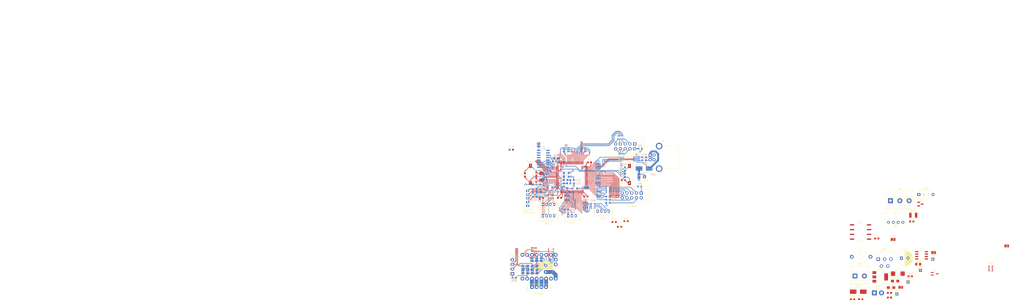
<source format=kicad_pcb>
(kicad_pcb (version 20211014) (generator pcbnew)
  (layers (0 "F.Cu" signal) (1 "In1.Cu" power "Ground.Cu") (2 "In2.Cu" power "Power.Cu") (31 "B.Cu" signal) (34 "B.Paste" user) (35 "F.Paste" user) (36 "B.SilkS" user "B.Silkscreen") (37 "F.SilkS" user "F.Silkscreen") (38 "B.Mask" user) (39 "F.Mask" user) (44 "Edge.Cuts" user))
  (net 0 "")
  (net 1 "/MCU base/OSC_IN")
  (net 2 "GND")
  (net 3 "/MCU base/NRST")
  (net 4 "/MCU base/BOOT0")
  (net 5 "+3V3")
  (net 6 "/MCU base/OSC_OUT")
  (net 7 "/MCU base/BTN0")
  (net 8 "/MCU base/BTN1")
  (net 9 "/MCU base/BTN2_SDA")
  (net 10 "/MCU base/SWDIO")
  (net 11 "/MCU base/BTN3_SCL")
  (net 12 "/MCU base/SWCLK")
  (net 13 "M4_L0")
  (net 14 "M4_L1")
  (net 15 "/MCU base/BTN4")
  (net 16 "/MCU base/BTN5")
  (net 17 "/MCU base/BTN6")
  (net 18 "M3_L1")
  (net 19 "M3_L0")
  (net 20 "M2_L1")
  (net 21 "M2_L0")
  (net 22 "M1_L0")
  (net 23 "M1_L1")
  (net 24 "/MCU base/SCRN_DCRS")
  (net 25 "/MCU base/SCRN_SCK")
  (net 26 "/MCU base/SCRN_MISO")
  (net 27 "/MCU base/SCRN_MOSI")
  (net 28 "/MCU base/SCRN_RST")
  (net 29 "/MCU base/SCRN_CS")
  (net 30 "M6_L1")
  (net 31 "M6_L0")
  (net 32 "M5_L1")
  (net 33 "M5_L0")
  (net 34 "/MCU base/A0")
  (net 35 "/MCU base/A1")
  (net 36 "/MCU base/A2")
  (net 37 "/MCU base/A3")
  (net 38 "/MCU base/A4")
  (net 39 "/MCU base/A5")
  (net 40 "/MCU base/Diag")
  (net 41 "Net-(J1-Pad4)")
  (net 42 "Net-(J2-Pad2)")
  (net 43 "Net-(J2-Pad3)")
  (net 44 "Net-(J2-Pad4)")
  (net 45 "Net-(J2-Pad5)")
  (net 46 "Net-(J2-Pad6)")
  (net 47 "Net-(J2-Pad7)")
  (net 48 "Net-(J2-Pad8)")
  (net 49 "ADC2")
  (net 50 "ADC3")
  (net 51 "ADC4")
  (net 52 "ADC5")
  (net 53 "+5V")
  (net 54 "DIAG")
  (net 55 "ADC0")
  (net 56 "Vdrive")
  (net 57 "ADC1")
  (net 60 "MUL0")
  (net 61 "MUL1")
  (net 62 "MUL2")
  (net 63 "MUL_EN")
  (net 64 "M1_EN")
  (net 65 "M1_DIR")
  (net 66 "M1_STEP")
  (net 67 "+3.3VADC")
  (net 68 "TMC_SCK")
  (net 69 "TMC_MISO")
  (net 70 "TMC_MOSI")
  (net 71 "USART3_TX")
  (net 72 "M6_STEP")
  (net 73 "M6_DIR")
  (net 74 "M6_EN")
  (net 75 "M5_STEP")
  (net 76 "M5_DIR")
  (net 77 "M5_EN")
  (net 78 "USB_DM")
  (net 79 "USB_DP")
  (net 80 "M4_STEP")
  (net 81 "M4_EN")
  (net 82 "M4_DIR")
  (net 83 "CAN_RX")
  (net 84 "CAN_TX")
  (net 85 "USART2_TX")
  (net 86 "M3_DIR")
  (net 87 "M3_STEP")
  (net 88 "M3_EN")
  (net 89 "M2_STEP")
  (net 90 "M2_DIR")
  (net 91 "M2_EN")
  (net 92 "Net-(J2-Pad10)")
  (net 93 "Net-(C10-Pad1)")
  (net 94 "/MCU base/MOT_MUL0")
  (net 95 "/MCU base/MOT_MUL1")
  (net 96 "/MCU base/MOT_MUL2")
  (net 97 "/MCU base/MOT_MUL_EN")
  (net 98 "Net-(J6-Pad2)")
  (net 99 "Net-(J6-Pad3)")
  (net 100 "Net-(J6-Pad4)")
  (net 101 "Net-(J6-Pad5)")
  (net 102 "Net-(C11-Pad1)")
  (net 103 "Earth")
  (net 104 "Net-(C15-Pad1)")
  (net 105 "Net-(C17-Pad1)")
  (net 106 "Net-(D22-Pad1)")
  (net 107 "/VB")
  (net 108 "Net-(J3-Pad8)")
  (net 109 "/MCU base/OUT1")
  (net 110 "/MCU base/OUT0")
  (net 111 "/MCU base/OUT2")
  (net 112 "Net-(J7-Pad2)")
  (net 113 "Net-(J7-Pad3)")
  (net 116 "Net-(J7-Pad4)")
  (net 117 "/CANL")
  (net 118 "/CANH")
  (net 119 "Net-(D25-Pad2)")
  (net 120 "Net-(D26-Pad1)")
  (net 121 "Net-(J3-Pad1)")
  (net 122 "Net-(J3-Pad3)")
  (net 123 "Net-(J3-Pad4)")
  (net 124 "Net-(J3-Pad5)")
  (net 125 "Net-(J3-Pad6)")
  (net 126 "Net-(J3-Pad7)")
  (net 127 "Net-(J3-Pad9)")
  (net 128 "Net-(J4-Pad1)")
  (net 129 "Net-(J8-Pad2)")
  (net 130 "Net-(J8-Pad3)")
  (net 131 "Net-(J10-Pad2)")
  (net 132 "Net-(JP4-Pad2)")
  (net 133 "/Motors/Vm")
  (net 134 "/Motors/Vio")
  (net 135 "/Motors/USART0-3")
  (net 136 "/Motors/MOSI")
  (net 137 "Net-(JP8-Pad1)")
  (net 138 "/Motors/SCK")
  (net 139 "Net-(JP13-Pad1)")
  (net 140 "/Motors/MISO")
  (net 143 "Net-(R16-Pad2)")
  (net 144 "Net-(R17-Pad2)")
  (net 145 "Net-(R18-Pad1)")
  (net 146 "/Motors/USART4-7")
  (net 149 "/CAN_Rx")
  (net 150 "/CAN_Tx")
  (net 151 "/Motors/DIAG4")
  (net 152 "/Motors/DIAG6")
  (net 153 "/Motors/DIAG7")
  (net 154 "/Motors/DIAG5")
  (net 155 "/Motors/DIAG3")
  (net 156 "/Motors/DIAG0")
  (net 157 "/Motors/DIAG1")
  (net 158 "/Motors/DIAG2")
  (net 160 "/Motors/stepper_M1/U")
  (net 161 "Net-(J11-Pad1)")
  (net 162 "/Motors/stepper_M1/~{ENx}")
  (net 163 "/Motors/stepper_M1/STEPx")
  (net 164 "/Motors/stepper_M1/DIRx")
  (net 165 "/MCU base/USART1_RX")
  (net 166 "/Motors/stepper_M1/MS1")
  (net 167 "/Motors/stepper_M1/MS2")
  (net 168 "/Motors/stepper_M1/SPR")
  (net 169 "/Motors/stepper_M1/CLK")
  (net 170 "/MCU base/USART1_TX")
  (net 171 "Net-(J13-Pad2)")
  (net 172 "Net-(J13-Pad1)")
  (net 173 "M0_L1")
  (net 174 "M0_L0")
  (net 175 "Net-(J12-Pad4)")
  (net 176 "Net-(J12-Pad3)")
  (net 177 "Net-(J12-Pad2)")
  (net 178 "Net-(J12-Pad1)")
  (net 179 "M0_STEP")
  (net 180 "M0_DIR")
  (net 181 "M0_EN")
  (net 182 "M7_L0")
  (net 183 "M7_L1")
  (net 184 "M7_DIR")
  (net 185 "M7_EN")
  (net 186 "M7_STEP")
  (net 187 "/MCU base/MCU3v3")
  (footprint "Capacitor_SMD:C_0603_1608Metric_Pad1.08x0.95mm_HandSolder" (layer "F.Cu") (at 110.8975 79.502)
    (fp_text reference "C9")
    (fp_text value "0.1")
  )
  (footprint "Jumper:SolderJumper-2_P1.3mm_Open_TrianglePad1.0x1.5mm" (layer "F.Cu") (at 290.9592 122.8432)
    (fp_text reference "JP1")
    (fp_text value "SolderJumper_2_Bridged")
  )
  (footprint "Connector_JST:JST_EH_B4B-EH-A_1x04_P2.50mm_Vertical" (layer "F.Cu") (at 98.104 148.29)
    (fp_text reference "J12")
    (fp_text value "Stepper")
  )
  (footprint "Connector_JST:JST_PH_B5B-PH-K_1x05_P2.00mm_Vertical" (layer "F.Cu") (at 95.758 104.902 90)
    (fp_text reference "J6")
    (fp_text value "MOT_MUL")
  )
  (footprint "Connector_IDC:IDC-Header_2x05_P2.54mm_Vertical" (layer "F.Cu") (at 152.9588 71.8407 -90)
    (fp_text reference "J2")
    (fp_text value "Buttons/I2C")
  )
  (footprint "Button_Switch_SMD:SW_SPST_FSMSM" (layer "F.Cu") (at 150.1648 88.138 -90)
    (fp_text reference "SW2")
    (fp_text value "Boot")
  )
  (footprint "Jumper:SolderJumper-2_P1.3mm_Open_TrianglePad1.0x1.5mm" (layer "F.Cu") (at 295.0792 148.3932)
    (fp_text reference "JP5")
    (fp_text value "SolderJumper_2_Bridged")
  )
  (footprint "Button_Switch_THT:SW_DIP_SPSTx01_Slide_6.7x4.1mm_W7.62mm_P2.54mm_LowProfile" (layer "F.Cu") (at 304.7192 98.8332)
    (fp_text reference "SW3")
    (fp_text value "SW_DIP_x01")
  )
  (footprint "Connector_JST:JST_PH_B4B-PH-K_1x04_P2.00mm_Vertical" (layer "F.Cu") (at 103.934 104.098)
    (fp_text reference "J5")
    (fp_text value "ADC1")
  )
  (footprint "Connector_JST:JST_EH_B4B-EH-A_1x04_P2.50mm_Vertical" (layer "F.Cu") (at 87.63 141.164 90)
    (fp_text reference "J11")
    (fp_text value "LimS")
  )
  (footprint "Connector_JST:JST_PH_B3B-PH-K_1x03_P2.00mm_Vertical" (layer "F.Cu") (at 117.38 110.194)
    (fp_text reference "J13")
    (fp_text value "UART")
  )
  (footprint "Package_TO_SOT_SMD:SOT-23" (layer "F.Cu") (at 305.5392 103.9832)
    (fp_text reference "D24")
    (fp_text value "PESD1CAN")
  )
  (footprint "Resistor_SMD:R_Array_Convex_4x0603" (layer "F.Cu") (at 343.1092 138.3332)
    (fp_text reference "RN7")
    (fp_text value "330")
  )
  (footprint "TerminalBlock_Phoenix:TerminalBlock_Phoenix_MKDS-1,5-2_1x02_P5.00mm_Horizontal" (layer "F.Cu") (at 270.6592 142.3332)
    (fp_text reference "J10")
    (fp_text value "Screw_Terminal_01x02")
  )
  (footprint "Connector_IDC:IDC-Header_2x05_P2.54mm_Vertical" (layer "F.Cu") (at 156.464 98.044 -90)
    (fp_text reference "J3")
    (fp_text value "Screen")
  )
  (footprint "TestPoint:TestPoint_THTPad_1.5x1.5mm_Drill0.7mm" (layer "F.Cu") (at 292.9792 151.9432)
    (fp_text reference "TP3")
    (fp_text value "Gnd")
  )
  (footprint "Connector_PinSocket_1.27mm:PinSocket_1x06_P1.27mm_Vertical" (layer "F.Cu") (at 145.821 82.677)
    (fp_text reference "J1")
    (fp_text value "Prog")
  )
  (footprint "Capacitor_Tantalum_SMD:CP_EIA-3216-18_Kemet-A_Pad1.58x1.35mm_HandSolder" (layer "F.Cu") (at 292.0792 145.0432)
    (fp_text reference "C12")
    (fp_text value "47u 6V")
  )
  (footprint "Package_QFP:LQFP-100_14x14mm_P0.5mm" (layer "F.Cu") (at 119.38 89.662)
    (fp_text reference "U1")
    (fp_text value "STM32F303VDTx")
  )
  (footprint "Capacitor_SMD:C_0603_1608Metric_Pad1.08x0.95mm_HandSolder" (layer "F.Cu") (at 100.41735 91.1352 90)
    (fp_text reference "C4")
    (fp_text value "12")
  )
  (footprint "TestPoint:TestPoint_THTPad_1.5x1.5mm_Drill0.7mm" (layer "F.Cu") (at 312.1992 133.3932)
    (fp_text reference "TP2")
    (fp_text value "5V")
  )
  (footprint "Capacitor_SMD:C_0603_1608Metric_Pad1.08x0.95mm_HandSolder" (layer "F.Cu") (at 300.9392 113.2332)
    (fp_text reference "C10")
    (fp_text value "1u")
  )
  (footprint "Crystal:Crystal_SMD_5032-2Pin_5.0x3.2mm" (layer "F.Cu") (at 103.2256 89.408 -90)
    (fp_text reference "Y1")
    (fp_text value "NX5032GA-8MHz")
  )
  (footprint "Diode_SMD:D_0805_2012Metric_Pad1.15x1.40mm_HandSolder" (layer "F.Cu") (at 304.3942 136.0382)
    (fp_text reference "D25")
    (fp_text value "MM3Z7V5")
  )
  (footprint "Resistor_SMD:R_Array_Convex_4x0603" (layer "F.Cu") (at 105.41 94.996 90)
    (fp_text reference "RN6")
    (fp_text value "330")
  )
  (footprint "Resistor_SMD:R_0603_1608Metric_Pad0.98x0.95mm_HandSolder" (layer "F.Cu") (at 269.3092 154.7632)
    (fp_text reference "R19")
    (fp_text value "4k7")
  )
  (footprint "Resistor_SMD:R_0603_1608Metric_Pad0.98x0.95mm_HandSolder" (layer "F.Cu") (at 146.8628 91.186 180)
    (fp_text reference "R2")
    (fp_text value "22")
  )
  (footprint "Capacitor_SMD:C_0603_1608Metric_Pad1.08x0.95mm_HandSolder" (layer "F.Cu") (at 128.7515 81.661)
    (fp_text reference "C5")
    (fp_text value "0.1")
  )
  (footprint "Capacitor_SMD:C_0603_1608Metric_Pad1.08x0.95mm_HandSolder" (layer "F.Cu") (at 94.2848 88.3909 -90)
    (fp_text reference "C2")
    (fp_text value "0.1")
  )
  (footprint "Jumper:SolderJumper-2_P1.3mm_Open_TrianglePad1.0x1.5mm" (layer "F.Cu") (at 312.5992 129.8432)
    (fp_text reference "JP4")
    (fp_text value "SolderJumper_2_Bridged")
  )
  (footprint "Diode_SMD:D_SMB_Handsoldering" (layer "F.Cu") (at 272.3592 150.7332)
    (fp_text reference "D27")
    (fp_text value "MBRS130L")
  )
  (footprint "Resistor_SMD:R_Array_Convex_4x0603" (layer "F.Cu") (at 108.204 99.822 90)
    (fp_text reference "RN5")
    (fp_text value "330")
  )
  (footprint "stepper:B0x0xS" (layer "F.Cu") (at 292.4042 113.6772)
    (fp_text reference "Q1")
    (fp_text value "B0505S")
  )
  (footprint "Capacitor_SMD:C_0603_1608Metric_Pad1.08x0.95mm_HandSolder" (layer "F.Cu") (at 100.41735 87.7802 -90)
    (fp_text reference "C1")
    (fp_text value "12")
  )
  (footprint "Capacitor_SMD:C_0603_1608Metric_Pad1.08x0.95mm_HandSolder" (layer "F.Cu") (at 282.2592 122.3232)
    (fp_text reference "C11")
    (fp_text value "1u")
  )
  (footprint "Capacitor_SMD:C_0603_1608Metric_Pad1.08x0.95mm_HandSolder" (layer "F.Cu") (at 289.0292 151.3732)
    (fp_text reference "C13")
    (fp_text value "0.1")
  )
  (footprint "Diode_THT:D_DO-201_P3.81mm_Vertical_AnodeUp" (layer "F.Cu") (at 280.9692 151.3432)
    (fp_text reference "D26")
    (fp_text value "1N5822")
  )
  (footprint "Package_SO:SOP-8_6.62x9.15mm_P2.54mm" (layer "F.Cu") (at 273.6092 118.8432)
    (fp_text reference "U2")
    (fp_text value "ISO1050DUB")
  )
  (footprint "Capacitor_THT:CP_Radial_D8.0mm_P3.50mm" (layer "F.Cu") (at 105.41 140.208 90)
    (fp_text reference "C19")
    (fp_text value "100u 35V")
  )
  (footprint "Package_TO_SOT_THT:TO-220-5_P3.4x3.7mm_StaggerEven_Lead3.8mm_Vertical" (layer "F.Cu") (at 283.0592 133.3432)
    (fp_text reference "U5")
    (fp_text value "LM2576-5.0")
  )
  (footprint "Capacitor_Tantalum_SMD:CP_EIA-3216-18_Kemet-A_Pad1.58x1.35mm_HandSolder" (layer "F.Cu") (at 289.8992 148.5432)
    (fp_text reference "C16")
    (fp_text value "47u 6V")
  )
  (footprint "Capacitor_SMD:C_0603_1608Metric_Pad1.08x0.95mm_HandSolder" (layer "F.Cu") (at 300.1492 142.5232)
    (fp_text reference "C18")
    (fp_text value "0.1")
  )
  (footprint "Connector_JST:JST_PH_B4B-PH-K_1x04_P2.00mm_Vertical" (layer "F.Cu") (at 133.144 107.7048)
    (fp_text reference "J7")
    (fp_text value "GPO")
  )
  (footprint "TestPoint:TestPoint_THTPad_1.5x1.5mm_Drill0.7mm" (layer "F.Cu") (at 299.0292 145.5532)
    (fp_text reference "TP4")
    (fp_text value "5V")
  )
  (footprint "Resistor_SMD:R_0603_1608Metric_Pad0.98x0.95mm_HandSolder" (layer "F.Cu") (at 87.0204 74.8792)
    (fp_text reference "R22")
    (fp_text value "100")
  )
  (footprint "Jumper:SolderJumper-2_P1.3mm_Open_TrianglePad1.0x1.5mm" (layer "F.Cu") (at 351.6592 126.2832)
    (fp_text reference "JP6")
    (fp_text value "SolderJumper_2_Bridged")
  )
  (footprint "Capacitor_SMD:C_0603_1608Metric_Pad1.08x0.95mm_HandSolder" (layer "F.Cu") (at 126.8465 99.822 180)
    (fp_text reference "C6")
    (fp_text value "0.1")
  )
  (footprint "Inductor_THT:L_Toroid_Horizontal_D6.5mm_P10.00mm_Diameter7-5mm_Amidon-T25" (layer "F.Cu") (at 268.9092 132.0832)
    (fp_text reference "L1")
    (fp_text value "100u")
  )
  (footprint "Button_Switch_SMD:SW_SPST_FSMSM" (layer "F.Cu") (at 97.282 88.0692 -90)
    (fp_text reference "SW1")
    (fp_text value "Reset")
  )
  (footprint "TerminalBlock_Phoenix:TerminalBlock_Phoenix_MKDS-1,5-3_1x03_P5.00mm_Horizontal" (layer "F.Cu") (at 289.5692 102.1432)
    (fp_text reference "J9")
    (fp_text value "Screw_Terminal_01x03")
  )
  (footprint "Resistor_SMD:R_0603_1608Metric_Pad0.98x0.95mm_HandSolder" (layer "F.Cu") (at 141.986 113.538)
    (fp_text reference "R11")
    (fp_text value "10k")
  )
  (footprint "Capacitor_Tantalum_SMD:CP_EIA-6032-28_Kemet-C_Pad2.25x2.35mm_HandSolder" (layer "F.Cu") (at 293.5292 141.0932)
    (fp_text reference "C17")
    (fp_text value "47u 10V")
  )
  (footprint "Capacitor_SMD:C_0603_1608Metric_Pad1.08x0.95mm_HandSolder" (layer "F.Cu") (at 289.0292 153.8832)
    (fp_text reference "C15")
    (fp_text value "0.1")
  )
  (footprint "Resistor_SMD:R_0603_1608Metric_Pad0.98x0.95mm_HandSolder" (layer "F.Cu") (at 273.6592 154.7632)
    (fp_text reference "R20")
    (fp_text value "4k7")
  )
  (footprint "Resistor_SMD:R_0603_1608Metric_Pad0.98x0.95mm_HandSolder" (layer "F.Cu") (at 144.8835 116.078)
    (fp_text reference "R21")
    (fp_text value "100")
  )
  (footprint "Resistor_SMD:R_0603_1608Metric_Pad0.98x0.95mm_HandSolder" (layer "F.Cu") (at 148.336 113.03)
    (fp_text reference "R10")
    (fp_text value "91k")
  )
  (footprint "Capacitor_SMD:C_0603_1608Metric_Pad1.08x0.95mm_HandSolder" (layer "F.Cu") (at 112.776 100.584 180)
    (fp_text reference "C7")
    (fp_text value "0.1")
  )
  (footprint "Capacitor_THT:CP_Radial_D8.0mm_P3.50mm" (layer "F.Cu") (at 295.453898 132.8432)
    (fp_text reference "C14")
    (fp_text value "100u 16V")
  )
  (footprint "Connector_JST:JST_PH_B4B-PH-K_1x04_P2.00mm_Vertical" (layer "F.Cu") (at 103.934 110.236)
    (fp_text reference "J4")
    (fp_text value "ADC2")
  )
  (footprint "Resistor_SMD:R_0603_1608Metric_Pad0.98x0.95mm_HandSolder" (layer "F.Cu") (at 103.0224 100.7364)
    (fp_text reference "R9")
    (fp_text value "22")
  )
  (footprint "Package_TO_SOT_SMD:SOT-323_SC-70_Handsoldering" (layer "F.Cu") (at 313.2328 141.1732)
    (fp_text reference "U4")
    (fp_text value "LM4050A(b)EX3-3.3")
  )
  (footprint "Package_SO:SO-8_3.9x4.9mm_P1.27mm" (layer "F.Cu") (at 306.1992 131.2932)
    (fp_text reference "Q2")
    (fp_text value "IRF9310")
  )
  (footprint "Resistor_SMD:R_Array_Convex_4x0603" (layer "F.Cu") (at 99.06 128.27 90)
    (fp_text reference "RN8")
    (fp_text value "330")
  )
  (footprint "TestPoint:TestPoint_THTPad_1.5x1.5mm_Drill0.7mm" (layer "F.Cu") (at 305.5992 139.3332)
    (fp_text reference "TP5")
    (fp_text value "3.3V")
  )
  (footprint "stepper:stepper_module" (layer "F.Cu") (at 101.854 137.414 -90)
    (fp_text reference "XX1")
    (fp_text value "stepper_module")
  )
  (footprint "Connector_USB:USB_B_OST_USB-B1HSxx_Horizontal" (layer "F.Cu") (at 161.29 77.73)
    (fp_text reference "J8")
    (fp_text value "USB_B")
  )
  (footprint "Package_TO_SOT_SMD:SOT-223-3_TabPin2" (layer "F.Cu") (at 284.1092 142.8432)
    (fp_text reference "U6")
    (fp_text value "LM1117-3.3")
  )
  (footprint "Resistor_SMD:R_1210_3225Metric_Pad1.30x2.65mm_HandSolder" (layer "F.Cu") (at 301.7392 109.8732)
    (fp_text reference "R18")
    (fp_text value "120")
  )
  (footprint "TestPoint:TestPoint_THTPad_1.5x1.5mm_Drill0.7mm" (layer "F.Cu") (at 158.1675 89.348)
    (fp_text reference "TP1")
    (fp_text value "5Vusb")
  )
  (footprint "Package_TO_SOT_SMD:SOT-23-6" (layer "B.Cu") (at 116.3265 74.93)
    (fp_text reference "D3")
    (fp_text value "SP0505BAHT")
  )
  (footprint "Resistor_SMD:R_0603_1608Metric_Pad0.98x0.95mm_HandSolder" (layer "B.Cu") (at 138.684 103.2764)
    (fp_text reference "R5")
    (fp_text value "5.1")
  )
  (footprint "Resistor_SMD:R_0603_1608Metric_Pad0.98x0.95mm_HandSolder" (layer "B.Cu") (at 119.126 97.536)
    (fp_text reference "R8")
    (fp_text value "330")
  )
  (footprint "Resistor_SMD:R_0603_1608Metric_Pad0.98x0.95mm_HandSolder" (layer "B.Cu") (at 119.5324 92.9132)
    (fp_text reference "R12")
    (fp_text value "47k")
  )
  (footprint "Diode_SMD:D_SOD-323_HandSoldering" (layer "B.Cu") (at 116.84 94.0816 90)
    (fp_text reference "D20")
    (fp_text value "SS14")
  )
  (footprint "Diode_SMD:D_SOD-323_HandSoldering" (layer "B.Cu") (at 113.8736 81.4832)
    (fp_text reference "D23")
    (fp_text value "SS14")
  )
  (footprint "Resistor_SMD:R_Array_Convex_4x0603" (layer "B.Cu") (at 145.8214 78.0034 90)
    (fp_text reference "RN3")
    (fp_text value "330")
  )
  (footprint "Diode_SMD:D_SOD-323_HandSoldering" (layer "B.Cu") (at 100.584 98.806 90)
    (fp_text reference "D10")
    (fp_text value "SS14")
  )
  (footprint "Diode_SMD:D_SOD-323_HandSoldering" (layer "B.Cu") (at 100.584 94.742 90)
    (fp_text reference "D17")
    (fp_text value "SS14")
  )
  (footprint "Resistor_SMD:R_Array_Convex_4x0603" (layer "B.Cu") (at 138.684 96.0628)
    (fp_text reference "RN4")
    (fp_text value "330")
  )
  (footprint "Package_TO_SOT_SMD:SOT-23-6" (layer "B.Cu") (at 104.8004 89.2048 -90)
    (fp_text reference "D4")
    (fp_text value "SP0505BAHT")
  )
  (footprint "Jumper:SolderJumper-2_P1.3mm_Open_TrianglePad1.0x1.5mm" (layer "B.Cu") (at 98.044 133.604 90)
    (fp_text reference "JP15")
    (fp_text value "SolderJumper_2_Bridged")
  )
  (footprint "Resistor_SMD:R_0603_1608Metric_Pad0.98x0.95mm_HandSolder" (layer "B.Cu") (at 157.988 80.524 180)
    (fp_text reference "R16")
    (fp_text value "22")
  )
  (footprint "Resistor_SMD:R_0603_1608Metric_Pad0.98x0.95mm_HandSolder" (layer "B.Cu") (at 110.1852 81.28)
    (fp_text reference "R6")
    (fp_text value "330")
  )
  (footprint "Jumper:SolderJumper-3_P2.0mm_Open_TrianglePad1.0x1.5mm" (layer "B.Cu") (at 107.696 135.636 -90)
    (fp_text reference "JP10")
    (fp_text value "SolderJumper_3_Open")
  )
  (footprint "Jumper:SolderJumper-2_P1.3mm_Open_TrianglePad1.0x1.5mm" (layer "B.Cu") (at 103.124 133.604 90)
    (fp_text reference "JP13")
    (fp_text value "SolderJumper_2_Bridged")
  )
  (footprint "Jumper:SolderJumper-2_P1.3mm_Open_TrianglePad1.0x1.5mm" (layer "B.Cu") (at 101.6508 72.3022 -90)
    (fp_text reference "JP7")
    (fp_text value "SolderJumper_2_Bridged")
  )
  (footprint "Jumper:SolderJumper-3_P2.0mm_Open_TrianglePad1.0x1.5mm" (layer "B.Cu") (at 95.758 138.938 -90)
    (fp_text reference "JP8")
    (fp_text value "SolderJumper_3_Open")
  )
  (footprint "Package_SO:SOIC-16_3.9x9.9mm_P1.27mm" (layer "B.Cu") (at 104.14 79.756 180)
    (fp_text reference "U7")
    (fp_text value "74HC4051")
  )
  (footprint "Diode_SMD:D_SOD-323_HandSoldering" (layer "B.Cu") (at 107.696 99.314)
    (fp_text reference "D12")
    (fp_text value "SS14")
  )
  (footprint "Package_TO_SOT_SMD:SOT-23-6" (layer "B.Cu") (at 125.3545 74.93 180)
    (fp_text reference "D2")
    (fp_text value "SP0505BAHT")
  )
  (footprint "Package_TO_SOT_SMD:SOT-23-6" (layer "B.Cu") (at 153.924 79.762 180)
    (fp_text reference "U3")
    (fp_text value "USBLC6-2SC6")
  )
  (footprint "Diode_SMD:D_SOD-323_HandSoldering" (layer "B.Cu") (at 107.696 94.996 180)
    (fp_text reference "D19")
    (fp_text value "SS14")
  )
  (footprint "Diode_SMD:D_SOD-323_HandSoldering" (layer "B.Cu") (at 98.552 98.806 90)
    (fp_text reference "D9")
    (fp_text value "SS14")
  )
  (footprint "Diode_SMD:D_SOD-323_HandSoldering" (layer "B.Cu") (at 111.3536 79.4004)
    (fp_text reference "D15")
    (fp_text value "SS14")
  )
  (footprint "Diode_SMD:D_SOD-323_HandSoldering" (layer "B.Cu") (at 116.4336 89.3064)
    (fp_text reference "D21")
    (fp_text value "SS14")
  )
  (footprint "Resistor_SMD:R_0603_1608Metric_Pad0.98x0.95mm_HandSolder" (layer "B.Cu") (at 116.0799 91.0844 180)
    (fp_text reference "R7")
    (fp_text value "330")
  )
  (footprint "Resistor_SMD:R_Array_Convex_4x0603" (layer "B.Cu") (at 145.288 68.326 90)
    (fp_text reference "RN1")
    (fp_text value "330")
  )
  (footprint "Package_TO_SOT_SMD:SOT-23-6" (layer "B.Cu") (at 133.858 98.298 -90)
    (fp_text reference "D7")
    (fp_text value "SP0505BAHT")
  )
  (footprint "Jumper:SolderJumper-2_P1.3mm_Open_TrianglePad1.0x1.5mm" (layer "B.Cu") (at 155.1979 88.9786 90)
    (fp_text reference "JP2")
    (fp_text value "SolderJumper_2_Bridged")
  )
  (footprint "Jumper:SolderJumper-2_P1.3mm_Open_TrianglePad1.0x1.5mm" (layer "B.Cu") (at 127.1894 95.1992)
    (fp_text reference "JP3")
    (fp_text value "SolderJumper_2_Bridged")
  )
  (footprint "Diode_SMD:D_SOD-323_HandSoldering" (layer "B.Cu") (at 102.616 98.806 90)
    (fp_text reference "D11")
    (fp_text value "SS14")
  )
  (footprint "Jumper:SolderJumper-2_P1.3mm_Open_TrianglePad1.0x1.5mm" (layer "B.Cu") (at 100.584 133.604 90)
    (fp_text reference "JP14")
    (fp_text value "SolderJumper_2_Bridged")
  )
  (footprint "Jumper:SolderJumper-3_P2.0mm_Open_TrianglePad1.0x1.5mm" (layer "B.Cu") (at 98.298 138.938 -90)
    (fp_text reference "JP12")
    (fp_text value "SolderJumper_3_Open")
  )
  (footprint "Package_TO_SOT_SMD:SOT-23-6" (layer "B.Cu") (at 126.746 104.648 -90)
    (fp_text reference "D6")
    (fp_text value "SP0505BAHT")
  )
  (footprint "Resistor_SMD:R_0603_1608Metric_Pad0.98x0.95mm_HandSolder" (layer "B.Cu") (at 157.988 79 180)
    (fp_text reference "R17")
    (fp_text value "22")
  )
  (footprint "Diode_SMD:D_SMB_Handsoldering" (layer "B.Cu") (at 157.996 84.923)
    (fp_text reference "D22")
    (fp_text value "MBRS130L")
  )
  (footprint "Diode_SMD:D_SOD-323_HandSoldering" (layer "B.Cu") (at 98.552 94.742 90)
    (fp_text reference "D16")
    (fp_text value "SS14")
  )
  (footprint "Diode_SMD:D_SOD-323_HandSoldering" (layer "B.Cu") (at 120.924 95.6564 180)
    (fp_text reference "D13")
    (fp_text value "SS14")
  )
  (footprint "Package_TO_SOT_SMD:SOT-23-6" (layer "B.Cu") (at 133.383 83.6985 -90)
    (fp_text reference "D1")
    (fp_text value "SP0505BAHT")
  )
  (footprint "Diode_SMD:D_SOD-323_HandSoldering" (layer "B.Cu") (at 102.616 94.742 90)
    (fp_text reference "D18")
    (fp_text value "SS14")
  )
  (footprint "Resistor_SMD:R_0603_1608Metric_Pad0.98x0.95mm_HandSolder" (layer "B.Cu") (at 138.684 101.6)
    (fp_text reference "R15")
    (fp_text value "330")
  )
  (footprint "Resistor_SMD:R_0603_1608Metric_Pad0.98x0.95mm_HandSolder" (layer "B.Cu") (at 147.7264 85.2424 90)
    (fp_text reference "R1")
    (fp_text value "10k")
  )
  (footprint "Package_TO_SOT_SMD:SOT-23-6" (layer "B.Cu") (at 133.383 91.3185 -90)
    (fp_text reference "D8")
    (fp_text value "SP0505BAHT")
  )
  (footprint "Capacitor_SMD:C_0603_1608Metric_Pad1.08x0.95mm_HandSolder" (layer "B.Cu") (at 115.1128 93.726 90)
    (fp_text reference "C8")
    (fp_text value "0.1")
  )
  (footprint "Resistor_SMD:R_Array_Convex_4x0603" (layer "B.Cu") (at 130.6576 104.8512 180)
    (fp_text reference "RN2")
    (fp_text value "330")
  )
  (footprint "Package_TO_SOT_SMD:SOT-23-6" (layer "B.Cu") (at 116.84 100.584 -90)
    (fp_text reference "D5")
    (fp_text value "SP0505BAHT")
  )
  (footprint "Capacitor_SMD:C_0603_1608Metric_Pad1.08x0.95mm_HandSolder" (layer "B.Cu") (at 147.7264 88.646 -90)
    (fp_text reference "C3")
    (fp_text value "0.1")
  )
  (footprint "Resistor_SMD:R_0603_1608Metric_Pad0.98x0.95mm_HandSolder" (layer "B.Cu") (at 155.5496 94.5388 180)
    (fp_text reference "R4")
    (fp_text value "7.5")
  )
  (footprint "Resistor_SMD:R_0603_1608Metric_Pad0.98x0.95mm_HandSolder" (layer "B.Cu") (at 155.8798 74.3458)
    (fp_text reference "R3")
    (fp_text value "22")
  )
  (footprint "Resistor_SMD:R_0603_1608Metric_Pad0.98x0.95mm_HandSolder" (layer "B.Cu") (at 119.4816 91.0844 180)
    (fp_text reference "R13")
    (fp_text value "47k")
  )
  (footprint "Diode_SMD:D_SOD-323_HandSoldering" (layer "B.Cu") (at 116.4336 87.2744 180)
    (fp_text reference "D14")
    (fp_text value "SS14")
  )
  (footprint "Resistor_SMD:R_0603_1608Metric_Pad0.98x0.95mm_HandSolder" (layer "B.Cu") (at 116.4844 108.4072)
    (fp_text reference "R24")
    (fp_text value "22")
  )
  (footprint "Resistor_SMD:R_0603_1608Metric_Pad0.98x0.95mm_HandSolder" (layer "B.Cu") (at 138.684 99.9236)
    (fp_text reference "R14")
    (fp_text value "330")
  )
  (footprint "Resistor_SMD:R_0603_1608Metric_Pad0.98x0.95mm_HandSolder" (layer "B.Cu") (at 116.4844 106.8832)
    (fp_text reference "R25")
    (fp_text value "22")
  )
  (footprint "Jumper:SolderJumper-3_P2.0mm_Open_TrianglePad1.0x1.5mm" (layer "B.Cu") (at 100.838 138.938 -90)
    (fp_text reference "JP11")
    (fp_text value "SolderJumper_3_Open")
  )
  (footprint "Resistor_SMD:R_0603_1608Metric_Pad0.98x0.95mm_HandSolder" (layer "B.Cu") (at 88.5463 143.3068 180)
    (fp_text reference "R23")
    (fp_text value "100")
  )
  (footprint "Jumper:SolderJumper-3_P2.0mm_Open_TrianglePad1.0x1.5mm" (layer "B.Cu") (at 93.218 138.938 -90)
    (fp_text reference "JP9")
    (fp_text value "SolderJumper_3_Open")
  )
  (segment (start 101.05765 87.558) (end 103.2256 87.558) (width 0.3) (layer "F.Cu") (net 1))
  (segment (start 111.705 89.162) (end 104.8296 89.162) (width 0.3) (layer "F.Cu") (net 1))
  (segment (start 100.41735 86.9177) (end 101.05765 87.558) (width 0.3) (layer "F.Cu") (net 1))
  (segment (start 104.8296 89.162) (end 103.2256 87.558) (width 0.3) (layer "F.Cu") (net 1))
  (segment (start 113.311361 80.518) (end 112.014 80.518) (width 0.3) (layer "F.Cu") (net 2))
  (segment (start 99.1616 89.408) (end 99.1108 89.3572) (width 0.3) (layer "F.Cu") (net 2))
  (segment (start 128.69 84.162) (end 129.614 83.238) (width 0.3) (layer "F.Cu") (net 2))
  (segment (start 127.055 84.162) (end 125.9468 84.162) (width 0.3) (layer "F.Cu") (net 2))
  (segment (start 111.9135 100.584) (end 111.9135 100.3035) (width 0.3) (layer "F.Cu") (net 2))
  (segment (start 113.88 81.086639) (end 113.311361 80.518) (width 0.3) (layer "F.Cu") (net 2))
  (segment (start 113.88 98.337) (end 113.88 97.337) (width 0.3) (layer "F.Cu") (net 2))
  (segment (start 113.88 83.8064) (end 114.4016 84.328) (width 0.3) (layer "F.Cu") (net 2))
  (segment (start 97.282 91.186) (end 99.1108 89.3572) (width 0.3) (layer "F.Cu") (net 2))
  (segment (start 97.282 92.6592) (end 97.282 91.186) (width 0.3) (layer "F.Cu") (net 2))
  (segment (start 124.88 98.718) (end 125.984 99.822) (width 0.3) (layer "F.Cu") (net 2))
  (segment (start 100.41735 89.408) (end 99.1616 89.408) (width 0.3) (layer "F.Cu") (net 2))
  (segment (start 125.9468 84.162) (end 124.8664 85.2424) (width 0.3) (layer "F.Cu") (net 2))
  (segment (start 113.88 81.987) (end 113.88 81.086639) (width 0.3) (layer "F.Cu") (net 2))
  (segment (start 113.88 95.846) (end 113.538 95.504) (width 0.3) (layer "F.Cu") (net 2))
  (segment (start 127.055 84.162) (end 128.69 84.162) (width 0.3) (layer "F.Cu") (net 2))
  (segment (start 112.014 80.518) (end 111.76 80.264) (width 0.3) (layer "F.Cu") (net 2))
  (segment (start 94.2848 89.662) (end 97.282 92.6592) (width 0.3) (layer "F.Cu") (net 2))
  (segment (start 111.9135 100.3035) (end 113.88 98.337) (width 0.3) (layer "F.Cu") (net 2))
  (segment (start 126.1364 101.1936) (end 126.1364 99.9744) (width 0.3) (layer "F.Cu") (net 2))
  (segment (start 100.41735 89.408) (end 100.41735 88.6427) (width 0.3) (layer "F.Cu") (net 2))
  (segment (start 113.4924 93.162) (end 113.538 93.1164) (width 0.3) (layer "F.Cu") (net 2))
  (segment (start 113.88 97.337) (end 113.88 95.846) (width 0.3) (layer "F.Cu") (net 2))
  (segment (start 129.614 83.238) (end 129.614 81.661) (width 0.3) (layer "F.Cu") (net 2))
  (segment (start 113.88 81.987) (end 113.88 83.8064) (width 0.3) (layer "F.Cu") (net 2))
  (segment (start 111.705 93.162) (end 113.4924 93.162) (width 0.3) (layer "F.Cu") (net 2))
  (segment (start 124.88 97.337) (end 124.88 98.718) (width 0.3) (layer "F.Cu") (net 2))
  (segment (start 111.76 80.264) (end 111.76 79.502) (width 0.3) (layer "F.Cu") (net 2))
  (segment (start 94.2848 89.2534) (end 94.2848 89.662) (width 0.3) (layer "F.Cu") (net 2))
  (segment (start 126.1364 99.9744) (end 125.984 99.822) (width 0.3) (layer "F.Cu") (net 2))
  (segment (start 100.41735 90.2727) (end 100.41735 89.408) (width 0.3) (layer "F.Cu") (net 2))
  (via (at 124.8664 85.2424) (size 1) (drill 0.6) (layers "F.Cu" "B.Cu") (net 2))
  (via (at 94.488 93.472) (size 1) (drill 0.6) (layers "F.Cu" "B.Cu") (net 2))
  (via (at 114.4016 84.328) (size 0.8) (drill 0.4) (layers "F.Cu" "B.Cu") (net 2))
  (via (at 127.8636 75.2856) (size 1) (drill 0.6) (layers "F.Cu" "B.Cu") (net 2))
  (via (at 155.829 76.0222) (size 1) (drill 0.6) (layers "F.Cu" "B.Cu") (net 2))
  (via (at 113.538 95.504) (size 1) (drill 0.6) (layers "F.Cu" "B.Cu") (net 2))
  (via (at 116.332 72.4408) (size 1) (drill 0.6) (layers "F.Cu" "B.Cu") (net 2))
  (via (at 135.5852 87.4268) (size 1) (drill 0.6) (layers "F.Cu" "B.Cu") (net 2))
  (via (at 126.1364 101.1936) (size 1) (drill 0.6) (layers "F.Cu" "B.Cu") (net 2))
  (via (at 135.9408 98.1964) (size 1) (drill 0.6) (layers "F.Cu" "B.Cu") (net 2))
  (via (at 153.932 77.303) (size 1) (drill 0.6) (layers "F.Cu" "B.Cu") (net 2))
  (via (at 106.366734 83.563245) (size 1) (drill 0.6) (layers "F.Cu" "B.Cu") (net 2))
  (via (at 118.9228 89.3064) (size 1) (drill 0.6) (layers "F.Cu" "B.Cu") (net 2))
  (via (at 113.538 93.1164) (size 1) (drill 0.6) (layers "F.Cu" "B.Cu") (net 2))
  (via (at 133.5786 80.9752) (size 1) (drill 0.6) (layers "F.Cu" "B.Cu") (net 2))
  (via (at 99.1108 89.3572) (size 1) (drill 0.6) (layers "F.Cu" "B.Cu") (net 2))
  (segment (start 127.508 74.93) (end 127.8636 75.2856) (width 0.3) (layer "B.Cu") (net 2))
  (segment (start 98.552 93.492) (end 94.508 93.492) (width 0.3) (layer "B.Cu") (net 2))
  (segment (start 98.552 93.492) (end 100.584 93.492) (width 0.3) (layer "B.Cu") (net 2))
  (segment (start 146.8393 85.217) (end 147.7264 84.3299) (width 0.3) (layer "B.Cu") (net 2))
  (segment (start 120.3941 89.5585) (end 120.142 89.3064) (width 0.3) (layer "B.Cu") (net 2))
  (segment (start 115.1236 83.606) (end 115.1236 81.4832) (width 0.3) (layer "B.Cu") (net 2))
  (segment (start 133.383 82.561) (end 133.383 81.1708) (width 0.3) (layer "B.Cu") (net 2))
  (segment (start 156.7923 75.0589) (end 155.829 76.0222) (width 0.3) (layer "B.Cu") (net 2))
  (segment (start 154.105 79.762) (end 153.932 79.589) (width 0.3) (layer "B.Cu") (net 2))
  (segment (start 116.84 99.4465) (end 116.84 98.353572) (width 0.3) (layer "B.Cu") (net 2))
  (segment (start 153.932 79.589) (end 153.932 77.303) (width 0.3) (layer "B.Cu") (net 2))
  (segment (start 113.7909 92.8635) (end 113.538 93.1164) (width 0.3) (layer "B.Cu") (net 2))
  (segment (start 115.189 74.93) (end 116.0272 74.93) (width 0.3) (layer "B.Cu") (net 2))
  (segment (start 104.8004 89.0016) (end 104.47172 89.33028) (width 0.3) (layer "B.Cu") (net 2))
  (segment (start 134.7216 87.4268) (end 133.383 88.7654) (width 0.3) (layer "B.Cu") (net 2))
  (segment (start 120.142 89.3064) (end 118.9228 89.3064) (width 0.3) (layer "B.Cu") (net 2))
  (segment (start 115.1447 92.8316) (end 115.1128 92.8635) (width 0.3) (layer "B.Cu") (net 2))
  (segment (start 126.492 74.93) (end 127.508 74.93) (width 0.3) (layer "B.Cu") (net 2))
  (segment (start 145.821 85.217) (end 146.8393 85.217) (width 0.3) (layer "B.Cu") (net 2))
  (segment (start 133.858 97.579427) (end 133.858 97.1605) (width 0.3) (layer "B.Cu") (net 2))
  (segment (start 155.0615 79.762) (end 154.105 79.762) (width 0.3) (layer "B.Cu") (net 2))
  (segment (start 135.9408 98.1964) (end 134.474973 98.1964) (width 0.3) (layer "B.Cu") (net 2))
  (segment (start 116.0272 74.93) (end 116.332 74.6252) (width 0.3) (layer "B.Cu") (net 2))
  (segment (start 104.47172 89.33028) (end 99.13772 89.33028) (width 0.3) (layer "B.Cu") (net 2))
  (segment (start 120.3941 91.0844) (end 120.3941 89.5585) (width 0.3) (layer "B.Cu") (net 2))
  (segment (start 100.584 93.492) (end 102.616 93.492) (width 0.3) (layer "B.Cu") (net 2))
  (segment (start 126.746 101.8032) (end 126.1364 101.1936) (width 0.3) (layer "B.Cu") (net 2))
  (segment (start 134.474973 98.1964) (end 133.858 97.579427) (width 0.3) (layer "B.Cu") (net 2))
  (segment (start 135.5852 87.4268) (end 134.7216 87.4268) (width 0.3) (layer "B.Cu") (net 2))
  (segment (start 104.92 94.996) (end 103.416 93.492) (width 0.3) (layer "B.Cu") (net 2))
  (segment (start 106.615 82.931) (end 106.615 83.314979) (width 0.3) (layer "B.Cu") (net 2))
  (segment (start 103.416 93.492) (end 102.616 93.492) (width 0.3) (layer "B.Cu") (net 2))
  (segment (start 94.508 93.492) (end 94.488 93.472) (width 0.3) (layer "B.Cu") (net 2))
  (segment (start 106.446 94.996) (end 104.92 94.996) (width 0.3) (layer "B.Cu") (net 2))
  (segment (start 116.84 92.8316) (end 115.1447 92.8316) (width 0.3) (layer "B.Cu") (net 2))
  (segment (start 106.615 83.314979) (end 106.366734 83.563245) (width 0.3) (layer "B.Cu") (net 2))
  (segment (start 133.383 88.7654) (end 133.383 90.181) (width 0.3) (layer "B.Cu") (net 2))
  (segment (start 99.13772 89.33028) (end 99.1108 89.3572) (width 0.3) (layer "B.Cu") (net 2))
  (segment (start 115.1128 92.8635) (end 113.7909 92.8635) (width 0.3) (layer "B.Cu") (net 2))
  (segment (start 126.746 103.5105) (end 126.746 101.8032) (width 0.3) (layer "B.Cu") (net 2))
  (segment (start 142.7988 71.8407) (end 142.7988 70.5152) (width 0.3) (layer "B.Cu") (net 2))
  (segment (start 104.8004 88.0673) (end 104.8004 89.0016) (width 0.3) (layer "B.Cu") (net 2))
  (segment (start 114.4016 84.328) (end 115.1236 83.606) (width 0.3) (layer "B.Cu") (net 2))
  (segment (start 106.615 84.201) (end 106.615 83.811511) (width 0.3) (layer "B.Cu") (net 2))
  (segment (start 116.84 98.353572) (end 113.990428 95.504) (width 0.3) (layer "B.Cu") (net 2))
  (segment (start 116.332 74.6252) (end 116.332 72.4408) (width 0.3) (layer "B.Cu") (net 2))
  (segment (start 142.7988 70.5152) (end 144.088 69.226) (width 0.3) (layer "B.Cu") (net 2))
  (segment (start 113.990428 95.504) (end 113.538 95.504) (width 0.3) (layer "B.Cu") (net 2))
  (segment (start 156.7923 74.3458) (end 156.7923 75.0589) (width 0.3) (layer "B.Cu") (net 2))
  (segment (start 133.383 81.1708) (end 133.5786 80.9752) (width 0.3) (layer "B.Cu") (net 2))
  (segment (start 117.6836 89.3064) (end 118.9228 89.3064) (width 0.3) (layer "B.Cu") (net 2))
  (segment (start 106.615 83.811511) (end 106.366734 83.563245) (width 0.3) (layer "B.Cu") (net 2))
  (segment (start 94.2848 86.36) (end 97.3328 83.312) (width 0.3) (layer "F.Cu") (net 3))
  (segment (start 97.282 83.4792) (end 97.282 83.3628) (width 0.3) (layer "F.Cu") (net 3))
  (segment (start 111.705 90.162) (end 113.53 90.162) (width 0.2) (layer "F.Cu") (net 3))
  (segment (start 113.53 90.162) (end 113.538 90.17) (width 0.2) (layer "F.Cu") (net 3))
  (segment (start 97.282 83.3628) (end 97.3328 83.312) (width 0.3) (layer "F.Cu") (net 3))
  (segment (start 94.2848 87.5284) (end 94.2848 86.36) (width 0.3) (layer "F.Cu") (net 3))
  (via (at 113.538 90.17) (size 0.8) (drill 0.4) (layers "F.Cu" "B.Cu") (net 3))
  (via (at 97.3328 83.312) (size 0.8) (drill 0.4) (layers "F.Cu" "B.Cu") (net 3))
  (segment (start 123.414169 86.491431) (end 143.285431 86.491431) (width 0.3) (layer "B.Cu") (net 3))
  (segment (start 108.3564 86.6648) (end 110.0328 86.6648) (width 0.3) (layer "B.Cu") (net 3))
  (segment (start 112.1156 86.6648) (end 113.523911 85.256489) (width 0.3) (layer "B.Cu") (net 3))
  (segment (start 107.569 85.8774) (end 108.3564 86.6648) (width 0.3) (layer "B.Cu") (net 3))
  (segment (start 143.285431 86.491431) (end 145.821 89.027) (width 0.3) (layer "B.Cu") (net 3))
  (segment (start 110.0328 86.6648) (end 112.1156 86.6648) (width 0.3) (layer "B.Cu") (net 3))
  (segment (start 110.0328 86.6648) (end 113.538 90.17) (width 0.3) (layer "B.Cu") (net 3))
  (segment (start 99.8982 85.8774) (end 107.569 85.8774) (width 0.3) (layer "B.Cu") (net 3))
  (segment (start 122.179227 85.256489) (end 123.414169 86.491431) (width 0.3) (layer "B.Cu") (net 3))
  (segment (start 113.523911 85.256489) (end 122.179227 85.256489) (width 0.3) (layer "B.Cu") (net 3))
  (segment (start 97.3328 83.312) (end 99.8982 85.8774) (width 0.3) (layer "B.Cu") (net 3))
  (segment (start 116.38 81.987) (end 116.38 83.6704) (width 0.2) (layer "F.Cu") (net 4))
  (segment (start 116.38 83.6704) (end 116.332 83.7184) (width 0.2) (layer "F.Cu") (net 4))
  (via (at 116.332 83.7184) (size 0.8) (drill 0.4) (layers "F.Cu" "B.Cu") (net 4))
  (via (at 150.1648 83.548) (size 0.8) (drill 0.4) (layers "F.Cu" "B.Cu") (net 4))
  (segment (start 123.710489 85.991911) (end 121.436978 83.7184) (width 0.3) (layer "B.Cu") (net 4))
  (segment (start 121.436978 83.7184) (end 116.332 83.7184) (width 0.3) (layer "B.Cu") (net 4))
  (segment (start 138.874289 85.991911) (end 123.710489 85.991911) (width 0.3) (layer "B.Cu") (net 4))
  (segment (start 145.8475 87.7835) (end 145.821 87.757) (width 0.3) (layer "B.Cu") (net 4))
  (segment (start 138.874289 85.991911) (end 144.055911 85.991911) (width 0.3) (layer "B.Cu") (net 4))
  (segment (start 144.055911 85.991911) (end 145.821 87.757) (width 0.3) (layer "B.Cu") (net 4))
  (segment (start 147.7264 87.7835) (end 145.8475 87.7835) (width 0.3) (layer "B.Cu") (net 4))
  (segment (start 147.7264 87.7835) (end 147.7264 86.1549) (width 0.3) (layer "B.Cu") (net 4))
  (segment (start 147.7264 86.1549) (end 147.7264 85.9864) (width 0.3) (layer "B.Cu") (net 4))
  (segment (start 147.7264 85.9864) (end 150.1648 83.548) (width 0.3) (layer "B.Cu") (net 4))
  (via (at 101.6508 71.5772) (size 0.8) (drill 0.4) (layers "F.Cu" "B.Cu") (net 5))
  (segment (start 100.41735 91.9977) (end 101.15705 91.258) (width 0.3) (layer "F.Cu") (net 6))
  (segment (start 104.8216 89.662) (end 103.2256 91.258) (width 0.3) (layer "F.Cu") (net 6))
  (segment (start 111.705 89.662) (end 104.8216 89.662) (width 0.3) (layer "F.Cu") (net 6))
  (segment (start 101.15705 91.258) (end 103.2256 91.258) (width 0.3) (layer "F.Cu") (net 6))
  (segment (start 127.055 87.662) (end 130.524 87.662) (width 0.2) (layer "F.Cu") (net 7))
  (segment (start 130.524 87.662) (end 131.572 86.614) (width 0.2) (layer "F.Cu") (net 7))
  (segment (start 132.654006 86.614) (end 134.432006 84.836) (width 0.2) (layer "F.Cu") (net 7))
  (segment (start 131.572 86.614) (end 132.654006 86.614) (width 0.2) (layer "F.Cu") (net 7))
  (via (at 134.432006 84.836) (size 0.8) (drill 0.4) (layers "F.Cu" "B.Cu") (net 7))
  (segment (start 137.4648 81.2292) (end 136.332114 82.361886) (width 0.3) (layer "B.Cu") (net 7))
  (segment (start 136.332114 83.068314) (end 134.564428 84.836) (width 0.3) (layer "B.Cu") (net 7))
  (segment (start 145.6182 81.2292) (end 137.4648 81.2292) (width 0.3) (layer "B.Cu") (net 7))
  (segment (start 134.564428 84.836) (end 134.432006 84.836) (width 0.3) (layer "B.Cu") (net 7))
  (segment (start 136.332114 82.361886) (end 136.332114 83.068314) (width 0.3) (layer "B.Cu") (net 7))
  (segment (start 147.0214 78.9034) (end 147.0214 79.826) (width 0.3) (layer "B.Cu") (net 7))
  (segment (start 147.0214 79.826) (end 145.6182 81.2292) (width 0.3) (layer "B.Cu") (net 7))
  (segment (start 132.416503 85.852) (end 133.432503 84.836) (width 0.2) (layer "F.Cu") (net 8))
  (segment (start 130.262 87.162) (end 131.572 85.852) (width 0.2) (layer "F.Cu") (net 8))
  (segment (start 127.055 87.162) (end 130.262 87.162) (width 0.2) (layer "F.Cu") (net 8))
  (segment (start 131.572 85.852) (end 132.416503 85.852) (width 0.2) (layer "F.Cu") (net 8))
  (via (at 133.432503 84.836) (size 0.8) (drill 0.4) (layers "F.Cu" "B.Cu") (net 8))
  (via (at 136.652 80.975189) (size 0.8) (drill 0.4) (layers "F.Cu" "B.Cu") (net 8))
  (segment (start 137.3886 80.518) (end 137.109189 80.518) (width 0.3) (layer "B.Cu") (net 8))
  (segment (start 146.2214 79.7624) (end 145.4658 80.518) (width 0.3) (layer "B.Cu") (net 8))
  (segment (start 146.2214 78.9034) (end 146.2214 79.7624) (width 0.3) (layer "B.Cu") (net 8))
  (segment (start 137.109189 80.518) (end 136.652 80.975189) (width 0.3) (layer "B.Cu") (net 8))
  (segment (start 145.4658 80.518) (end 138.2776 80.518) (width 0.3) (layer "B.Cu") (net 8))
  (segment (start 138.2776 80.518) (end 137.3886 80.518) (width 0.3) (layer "B.Cu") (net 8))
  (segment (start 130 86.662) (end 131.826 84.836) (width 0.2) (layer "F.Cu") (net 9))
  (segment (start 131.826 84.836) (end 132.433 84.836) (width 0.2) (layer "F.Cu") (net 9))
  (segment (start 127.055 86.662) (end 130 86.662) (width 0.2) (layer "F.Cu") (net 9))
  (via (at 132.433 84.836) (size 0.8) (drill 0.4) (layers "F.Cu" "B.Cu") (net 9))
  (segment (start 135.7376 82.9564) (end 134.87002 83.82398) (width 0.3) (layer "B.Cu") (net 9))
  (segment (start 145.4214 79.648) (end 145.0848 79.9846) (width 0.3) (layer "B.Cu") (net 9))
  (segment (start 136.1948 79.9846) (end 135.7376 80.4418) (width 0.3) (layer "B.Cu") (net 9))
  (segment (start 135.7376 80.4418) (end 135.7376 82.9564) (width 0.3) (layer "B.Cu") (net 9))
  (segment (start 132.433 84.417073) (end 132.433 84.836) (width 0.3) (layer "B.Cu") (net 9))
  (segment (start 134.87002 83.82398) (end 133.026093 83.82398) (width 0.3) (layer "B.Cu") (net 9))
  (segment (start 133.026093 83.82398) (end 132.433 84.417073) (width 0.3) (layer "B.Cu") (net 9))
  (segment (start 145.0848 79.9846) (end 136.1948 79.9846) (width 0.3) (layer "B.Cu") (net 9))
  (segment (start 145.4214 78.9034) (end 145.4214 79.648) (width 0.3) (layer "B.Cu") (net 9))
  (segment (start 127.055 85.162) (end 129.2648 85.162) (width 0.2) (layer "F.Cu") (net 10))
  (segment (start 134.333 82.561) (end 131.8658 82.561) (width 0.3) (layer "F.Cu") (net 10))
  (segment (start 131.8658 82.561) (end 131.572 82.8548) (width 0.3) (layer "F.Cu") (net 10))
  (segment (start 129.2648 85.162) (end 131.572 82.8548) (width 0.2) (layer "F.Cu") (net 10))
  (via (at 134.333 82.561) (size 0.8) (drill 0.4) (layers "F.Cu" "B.Cu") (net 10))
  (segment (start 127.055 84.662) (end 128.952 84.662) (width 0.2) (layer "F.Cu") (net 11))
  (segment (start 128.952 84.662) (end 130.5433 83.0707) (width 0.2) (layer "F.Cu") (net 11))
  (segment (start 130.5433 82.8675) (end 130.5433 83.0707) (width 0.3) (layer "F.Cu") (net 11))
  (segment (start 132.1308 81.28) (end 131.5212 81.8896) (width 0.3) (layer "F.Cu") (net 11))
  (segment (start 132.1308 81.28) (end 130.5433 82.8675) (width 0.3) (layer "F.Cu") (net 11))
  (via (at 132.1308 81.28) (size 0.8) (drill 0.4) (layers "F.Cu" "B.Cu") (net 11))
  (segment (start 134.5074 78.9034) (end 144.6214 78.9034) (width 0.3) (layer "B.Cu") (net 11))
  (segment (start 132.433 82.561) (end 132.433 81.5822) (width 0.3) (layer "B.Cu") (net 11))
  (segment (start 132.433 81.5822) (end 132.1308 81.28) (width 0.3) (layer "B.Cu") (net 11))
  (segment (start 132.1308 81.28) (end 134.5074 78.9034) (width 0.3) (layer "B.Cu") (net 11))
  (segment (start 128.8796 77.1144) (end 128.524 77.47) (width 0.3) (layer "F.Cu") (net 12))
  (segment (start 125.38 80.614) (end 128.524 77.47) (width 0.2) (layer "F.Cu") (net 12))
  (segment (start 125.38 81.987) (end 125.38 80.614) (width 0.2) (layer "F.Cu") (net 12))
  (segment (start 128.8796 76.2508) (end 128.8796 77.1144) (width 0.3) (layer "F.Cu") (net 12))
  (via (at 128.8796 76.2508) (size 0.8) (drill 0.4) (layers "F.Cu" "B.Cu") (net 12))
  (segment (start 128.8796 75.0316) (end 128.8796 76.2508) (width 0.3) (layer "B.Cu") (net 12))
  (segment (start 127.828 73.98) (end 128.8796 75.0316) (width 0.3) (layer "B.Cu") (net 12))
  (segment (start 126.492 73.98) (end 127.828 73.98) (width 0.3) (layer "B.Cu") (net 12))
  (segment (start 143.4084 100.6348) (end 143.4084 90.932) (width 0.3) (layer "F.Cu") (net 13))
  (segment (start 141.3764 88.9) (end 132.4356 88.9) (width 0.3) (layer "F.Cu") (net 13))
  (segment (start 131.31 89.162) (end 131.572 88.9) (width 0.2) (layer "F.Cu") (net 13))
  (segment (start 127.055 89.162) (end 131.31 89.162) (width 0.2) (layer "F.Cu") (net 13))
  (segment (start 131.572 88.9) (end 132.4356 88.9) (width 0.2) (layer "F.Cu") (net 13))
  (segment (start 143.4084 90.932) (end 141.3764 88.9) (width 0.3) (layer "F.Cu") (net 13))
  (via (at 132.4356 88.9) (size 0.8) (drill 0.4) (layers "F.Cu" "B.Cu") (net 13))
  (segment (start 132.4356 90.1784) (end 132.433 90.181) (width 0.2) (layer "B.Cu") (net 13))
  (segment (start 132.4356 88.9) (end 132.4356 90.1784) (width 0.3) (layer "B.Cu") (net 13))
  (segment (start 131.572 90.424) (end 134.2705 90.424) (width 0.2) (layer "F.Cu") (net 14))
  (segment (start 127.055 90.162) (end 131.31 90.162) (width 0.2) (layer "F.Cu") (net 14))
  (segment (start 134.2705 90.424) (end 134.333 90.3615) (width 0.2) (layer "F.Cu") (net 14))
  (segment (start 142.2908 91.3892) (end 142.2908 100.584) (width 0.3) (layer "F.Cu") (net 14))
  (segment (start 141.2631 90.3615) (end 142.2908 91.3892) (width 0.3) (layer "F.Cu") (net 14))
  (segment (start 134.333 90.3615) (end 141.2631 90.3615) (width 0.3) (layer "F.Cu") (net 14))
  (segment (start 131.31 90.162) (end 131.572 90.424) (width 0.2) (layer "F.Cu") (net 14))
  (via (at 134.333 90.3615) (size 0.8) (drill 0.4) (layers "F.Cu" "B.Cu") (net 14))
  (segment (start 122.428 76.60903) (end 122.428 75.862954) (width 0.3) (layer "F.Cu") (net 15))
  (segment (start 122.428 75.862954) (end 122.508007 75.782947) (width 0.3) (layer "F.Cu") (net 15))
  (segment (start 122.428 76.60903) (end 122.428 77.47) (width 0.3) (layer "F.Cu") (net 15))
  (segment (start 121.38 81.987) (end 121.38 78.518) (width 0.2) (layer "F.Cu") (net 15))
  (segment (start 121.38 78.518) (end 122.428 77.47) (width 0.2) (layer "F.Cu") (net 15))
  (via (at 122.508007 75.782947) (size 0.8) (drill 0.4) (layers "F.Cu" "B.Cu") (net 15))
  (segment (start 125.3236 73.2536) (end 125.7808 72.7964) (width 0.3) (layer "B.Cu") (net 15))
  (segment (start 144.2528 66.0908) (end 144.888 66.726) (width 0.3) (layer "B.Cu") (net 15))
  (segment (start 125.7808 72.7964) (end 139.3444 72.7964) (width 0.3) (layer "B.Cu") (net 15))
  (segment (start 124.886887 74.93) (end 125.3236 74.493287) (width 0.3) (layer "B.Cu") (net 15))
  (segment (start 143.7132 66.0908) (end 143.4592 66.0908) (width 0.3) (layer "B.Cu") (net 15))
  (segment (start 142.0622 70.0786) (end 142.0622 67.4878) (width 0.3) (layer "B.Cu") (net 15))
  (segment (start 125.3236 74.493287) (end 125.3236 73.2536) (width 0.3) (layer "B.Cu") (net 15))
  (segment (start 144.888 66.726) (end 144.888 67.426) (width 0.3) (layer "B.Cu") (net 15))
  (segment (start 123.360954 74.93) (end 124.217 74.93) (width 0.3) (layer "B.Cu") (net 15))
  (segment (start 124.217 74.93) (end 124.886887 74.93) (width 0.3) (layer "B.Cu") (net 15))
  (segment (start 143.4592 66.0908) (end 142.0622 67.4878) (width 0.3) (layer "B.Cu") (net 15))
  (segment (start 143.7132 66.0908) (end 144.2528 66.0908) (width 0.3) (layer "B.Cu") (net 15))
  (segment (start 139.3444 72.7964) (end 142.0622 70.0786) (width 0.3) (layer "B.Cu") (net 15))
  (segment (start 122.508007 75.782947) (end 123.360954 74.93) (width 0.3) (layer "B.Cu") (net 15))
  (segment (start 121.666 76.371527) (end 121.666 76.327) (width 0.3) (layer "F.Cu") (net 16))
  (segment (start 120.88 78.256) (end 121.666 77.47) (width 0.2) (layer "F.Cu") (net 16))
  (segment (start 120.88 81.987) (end 120.88 78.256) (width 0.2) (layer "F.Cu") (net 16))
  (segment (start 121.666 76.371527) (end 121.666 77.47) (width 0.3) (layer "F.Cu") (net 16))
  (via (at 121.666 76.327) (size 0.8) (drill 0.4) (layers "F.Cu" "B.Cu") (net 16))
  (segment (start 145.688 67.426) (end 145.688 66.5924) (width 0.3) (layer "B.Cu") (net 16))
  (segment (start 141.4272 67.2084) (end 143.1544 65.4812) (width 0.3) (layer "B.Cu") (net 16))
  (segment (start 121.666 76.327) (end 121.666 75.565) (width 0.3) (layer "B.Cu") (net 16))
  (segment (start 141.4272 69.9008) (end 141.4272 67.2084) (width 0.3) (layer "B.Cu") (net 16))
  (segment (start 121.666 75.565) (end 123.251 73.98) (width 0.3) (layer "B.Cu") (net 16))
  (segment (start 123.251 73.98) (end 124.217 73.98) (width 0.3) (layer "B.Cu") (net 16))
  (segment (start 144.5768 65.4812) (end 143.1544 65.4812) (width 0.3) (layer "B.Cu") (net 16))
  (segment (start 125.4252 72.2376) (end 139.0904 72.2376) (width 0.3) (layer "B.Cu") (net 16))
  (segment (start 124.217 73.98) (end 124.217 73.925) (width 0.3) (layer "B.Cu") (net 16))
  (segment (start 145.688 66.5924) (end 144.5768 65.4812) (width 0.3) (layer "B.Cu") (net 16))
  (segment (start 124.217 73.925) (end 124.206 73.914) (width 0.3) (layer "B.Cu") (net 16))
  (segment (start 124.217 73.4458) (end 125.4252 72.2376) (width 0.3) (layer "B.Cu") (net 16))
  (segment (start 124.217 73.98) (end 124.217 73.4458) (width 0.3) (layer "B.Cu") (net 16))
  (segment (start 139.0904 72.2376) (end 141.4272 69.9008) (width 0.3) (layer "B.Cu") (net 16))
  (segment (start 120.38 81.987) (end 120.38 77.994) (width 0.2) (layer "F.Cu") (net 17))
  (segment (start 120.904 74.5744) (end 120.904 77.47) (width 0.3) (layer "F.Cu") (net 17))
  (segment (start 120.38 77.994) (end 120.904 77.47) (width 0.2) (layer "F.Cu") (net 17))
  (via (at 120.904 74.5744) (size 0.8) (drill 0.4) (layers "F.Cu" "B.Cu") (net 17))
  (segment (start 121.0564 74.422) (end 122.0216 74.422) (width 0.3) (layer "B.Cu") (net 17))
  (segment (start 144.90248 64.98168) (end 146.488 66.5672) (width 0.3) (layer "B.Cu") (net 17))
  (segment (start 120.904 74.5744) (end 121.0564 74.422) (width 0.3) (layer "B.Cu") (net 17))
  (segment (start 124.7648 71.6788) (end 138.8872 71.6788) (width 0.3) (layer "B.Cu") (net 17))
  (segment (start 120.3096 73.98) (end 120.904 74.5744) (width 0.3) (layer "B.Cu") (net 17))
  (segment (start 142.947492 64.98168) (end 144.90248 64.98168) (width 0.3) (layer "B.Cu") (net 17))
  (segment (start 117.464 73.98) (end 120.3096 73.98) (width 0.3) (layer "B.Cu") (net 17))
  (segment (start 140.8684 69.6976) (end 140.8684 67.060772) (width 0.3) (layer "B.Cu") (net 17))
  (segment (start 138.8872 71.6788) (end 140.8684 69.6976) (width 0.3) (layer "B.Cu") (net 17))
  (segment (start 146.488 66.5672) (end 146.488 67.426) (width 0.3) (layer "B.Cu") (net 17))
  (segment (start 122.0216 74.422) (end 124.7648 71.6788) (width 0.3) (layer "B.Cu") (net 17))
  (segment (start 140.8684 67.060772) (end 142.947492 64.98168) (width 0.3) (layer "B.Cu") (net 17))
  (segment (start 123.317 76.581) (end 123.317 77.343) (width 0.3) (layer "F.Cu") (net 18))
  (segment (start 123.317 77.343) (end 123.19 77.47) (width 0.3) (layer "F.Cu") (net 18))
  (segment (start 121.88 78.78) (end 123.19 77.47) (width 0.2) (layer "F.Cu") (net 18))
  (segment (start 121.88 81.987) (end 121.88 78.78) (width 0.2) (layer "F.Cu") (net 18))
  (via (at 123.317 76.581) (size 0.8) (drill 0.4) (layers "F.Cu" "B.Cu") (net 18))
  (segment (start 124.018 75.88) (end 123.317 76.581) (width 0.3) (layer "B.Cu") (net 18))
  (segment (start 124.217 75.88) (end 124.018 75.88) (width 0.3) (layer "B.Cu") (net 18))
  (segment (start 125.7808 76.3524) (end 125.476 76.6572) (width 0.3) (layer "F.Cu") (net 19))
  (segment (start 123.38 81.987) (end 123.38 79.566) (width 0.2) (layer "F.Cu") (net 19))
  (segment (start 123.38 79.566) (end 125.476 77.47) (width 0.2) (layer "F.Cu") (net 19))
  (segment (start 125.476 76.6572) (end 125.476 77.47) (width 0.3) (layer "F.Cu") (net 19))
  (via (at 125.7808 76.3524) (size 0.8) (drill 0.4) (layers "F.Cu" "B.Cu") (net 19))
  (segment (start 126.2532 75.88) (end 125.7808 76.3524) (width 0.3) (layer "B.Cu") (net 19))
  (segment (start 126.492 75.88) (end 126.2532 75.88) (width 0.3) (layer "B.Cu") (net 19))
  (segment (start 119.88 81.987) (end 119.88 77.732) (width 0.2) (layer "F.Cu") (net 20))
  (segment (start 120.0795 77.5325) (end 120.0658 77.5462) (width 0.3) (layer "F.Cu") (net 20))
  (segment (start 120.0795 75.9968) (end 120.0795 77.5325) (width 0.3) (layer "F.Cu") (net 20))
  (segment (start 119.88 77.732) (end 120.0658 77.5462) (width 0.2) (layer "F.Cu") (net 20))
  (segment (start 120.0658 77.5462) (end 120.142 77.47) (width 0.2) (layer "F.Cu") (net 20))
  (via (at 120.0795 75.9968) (size 0.8) (drill 0.4) (layers "F.Cu" "B.Cu") (net 20))
  (segment (start 119.9627 75.88) (end 120.0795 75.9968) (width 0.3) (layer "B.Cu") (net 20))
  (segment (start 117.464 75.88) (end 119.9627 75.88) (width 0.3) (layer "B.Cu") (net 20))
  (segment (start 119.38 81.987) (end 119.38 74.93) (width 0.2) (layer "F.Cu") (net 21))
  (via (at 119.38 74.93) (size 0.8) (drill 0.4) (layers "F.Cu" "B.Cu") (net 21))
  (segment (start 117.464 74.93) (end 119.38 74.93) (width 0.3) (layer "B.Cu") (net 21))
  (segment (start 113.2332 76.962) (end 113.2332 77.4192) (width 0.3) (layer "F.Cu") (net 22))
  (segment (start 113.2332 77.4192) (end 113.284 77.47) (width 0.3) (layer "F.Cu") (net 22))
  (segment (start 115.38 79.566) (end 113.284 77.47) (width 0.2) (layer "F.Cu") (net 22))
  (segment (start 115.38 81.987) (end 115.38 79.566) (width 0.2) (layer "F.Cu") (net 22))
  (via (at 113.2332 76.962) (size 0.8) (drill 0.4) (layers "F.Cu" "B.Cu") (net 22))
  (segment (start 113.2332 74.5744) (end 113.2332 76.962) (width 0.3) (layer "B.Cu") (net 22))
  (segment (start 115.189 73.98) (end 113.8276 73.98) (width 0.3) (layer "B.Cu") (net 22))
  (segment (start 113.8276 73.98) (end 113.2332 74.5744) (width 0.3) (layer "B.Cu") (net 22))
  (segment (start 116.88 78.78) (end 115.6716 77.5716) (width 0.2) (layer "F.Cu") (net 23))
  (segment (start 116.88 81.987) (end 116.88 78.78) (width 0.2) (layer "F.Cu") (net 23))
  (segment (start 115.6716 76.9112) (end 115.6716 77.5716) (width 0.3) (layer "F.Cu") (net 23))
  (via (at 115.6716 76.9112) (size 0.8) (drill 0.4) (layers "F.Cu" "B.Cu") (net 23))
  (segment (start 115.189 76.4286) (end 115.6716 76.9112) (width 0.3) (layer "B.Cu") (net 23))
  (segment (start 115.189 75.88) (end 115.189 76.4286) (width 0.3) (layer "B.Cu") (net 23))
  (segment (start 134.0659 100.1776) (end 134.808 99.4355) (width 0.2) (layer "F.Cu") (net 24))
  (segment (start 127.055 95.662) (end 128.428 95.662) (width 0.2) (layer "F.Cu") (net 24))
  (segment (start 132.9436 100.1776) (end 134.0659 100.1776) (width 0.2) (layer "F.Cu") (net 24))
  (segment (start 128.428 95.662) (end 132.9436 100.1776) (width 0.2) (layer "F.Cu") (net 24))
  (via (at 134.808 99.4355) (size 0.8) (drill 0.4) (layers "F.Cu" "B.Cu") (net 24))
  (segment (start 137.784 97.8128) (end 136.1304 99.4664) (width 0.3) (layer "B.Cu") (net 24))
  (segment (start 137.784 97.2628) (end 137.784 97.8128) (width 0.3) (layer "B.Cu") (net 24))
  (segment (start 134.8389 99.4664) (end 134.808 99.4355) (width 0.3) (layer "B.Cu") (net 24))
  (segment (start 136.1304 99.4664) (end 134.8389 99.4664) (width 0.3) (layer "B.Cu") (net 24))
  (segment (start 132.217262 98.6735) (end 132.979262 99.4355) (width 0.2) (layer "F.Cu") (net 25))
  (segment (start 128.69 95.162) (end 132.2015 98.6735) (width 0.2) (layer "F.Cu") (net 25))
  (segment (start 127.055 95.162) (end 128.69 95.162) (width 0.2) (layer "F.Cu") (net 25))
  (segment (start 132.979262 99.4355) (end 133.858 99.4355) (width 0.2) (layer "F.Cu") (net 25))
  (segment (start 132.2015 98.6735) (end 132.217262 98.6735) (width 0.2) (layer "F.Cu") (net 25))
  (via (at 133.858 99.4355) (size 0.8) (drill 0.4) (layers "F.Cu" "B.Cu") (net 25))
  (segment (start 137.7715 99.9236) (end 136.398 99.9236) (width 0.3) (layer "B.Cu") (net 25))
  (segment (start 133.858 100.5332) (end 133.858 99.4355) (width 0.3) (layer "B.Cu") (net 25))
  (segment (start 135.636 100.6856) (end 134.0104 100.6856) (width 0.3) (layer "B.Cu") (net 25))
  (segment (start 134.0104 100.6856) (end 133.858 100.5332) (width 0.3) (layer "B.Cu") (net 25))
  (segment (start 136.398 99.9236) (end 135.636 100.6856) (width 0.3) (layer "B.Cu") (net 25))
  (segment (start 132.842 98.552) (end 132.9436 98.552) (width 0.2) (layer "F.Cu") (net 26))
  (segment (start 131.572 97.282) (end 132.842 98.552) (width 0.2) (layer "F.Cu") (net 26))
  (segment (start 127.055 94.662) (end 128.952 94.662) (width 0.2) (layer "F.Cu") (net 26))
  (segment (start 128.952 94.662) (end 131.572 97.282) (width 0.2) (layer "F.Cu") (net 26))
  (via (at 132.9436 98.552) (size 0.8) (drill 0.4) (layers "F.Cu" "B.Cu") (net 26))
  (segment (start 132.908 101.0056) (end 132.908 99.4355) (width 0.3) (layer "B.Cu") (net 26))
  (segment (start 132.9436 99.3999) (end 132.908 99.4355) (width 0.2) (layer "B.Cu") (net 26))
  (segment (start 132.9436 98.552) (end 132.9436 99.3999) (width 0.2) (layer "B.Cu") (net 26))
  (segment (start 133.5024 101.6) (end 132.908 101.0056) (width 0.3) (layer "B.Cu") (net 26))
  (segment (start 137.7715 101.6) (end 133.5024 101.6) (width 0.3) (layer "B.Cu") (net 26))
  (segment (start 129.174241 94.162) (end 132.110252 97.098011) (width 0.2) (layer "F.Cu") (net 27))
  (segment (start 132.110252 97.098011) (end 134.745511 97.098011) (width 0.2) (layer "F.Cu") (net 27))
  (segment (start 127.055 94.162) (end 129.174241 94.162) (width 0.2) (layer "F.Cu") (net 27))
  (segment (start 134.745511 97.098011) (end 134.808 97.1605) (width 0.2) (layer "F.Cu") (net 27))
  (via (at 134.808 97.1605) (size 0.8) (drill 0.4) (layers "F.Cu" "B.Cu") (net 27))
  (segment (start 137.784 96.4628) (end 135.5057 96.4628) (width 0.3) (layer "B.Cu") (net 27))
  (segment (start 135.5057 96.4628) (end 134.808 97.1605) (width 0.3) (layer "B.Cu") (net 27))
  (segment (start 129.476 93.662) (end 131.572 95.758) (width 0.2) (layer "F.Cu") (net 28))
  (segment (start 127.055 93.662) (end 129.476 93.662) (width 0.2) (layer "F.Cu") (net 28))
  (segment (start 131.7244 95.9104) (end 131.572 95.758) (width 0.3) (layer "F.Cu") (net 28))
  (segment (start 132.8928 95.9104) (end 131.7244 95.9104) (width 0.3) (layer "F.Cu") (net 28))
  (via (at 132.8928 95.9104) (size 0.8) (drill 0.4) (layers "F.Cu" "B.Cu") (net 28))
  (segment (start 134.874 95.758) (end 133.35 95.758) (width 0.3) (layer "B.Cu") (net 28))
  (segment (start 134.9692 95.6628) (end 134.874 95.758) (width 0.3) (layer "B.Cu") (net 28))
  (segment (start 132.908 97.1605) (end 132.908 95.9256) (width 0.3) (layer "B.Cu") (net 28))
  (segment (start 133.35 95.758) (end 133.0452 95.758) (width 0.3) (layer "B.Cu") (net 28))
  (segment (start 137.784 95.6628) (end 134.9692 95.6628) (width 0.3) (layer "B.Cu") (net 28))
  (segment (start 132.908 95.9256) (end 132.8928 95.9104) (width 0.3) (layer "B.Cu") (net 28))
  (segment (start 133.0452 95.758) (end 132.8928 95.9104) (width 0.3) (layer "B.Cu") (net 28))
  (segment (start 134.3152 94.996) (end 131.572 94.996) (width 0.2) (layer "F.Cu") (net 29))
  (segment (start 131.572 94.996) (end 129.738 93.162) (width 0.2) (layer "F.Cu") (net 29))
  (segment (start 129.738 93.162) (end 127.055 93.162) (width 0.2) (layer "F.Cu") (net 29))
  (via (at 134.3152 94.996) (size 0.8) (drill 0.4) (layers "F.Cu" "B.Cu") (net 29))
  (segment (start 134.3152 94.996) (end 134.3152 92.4738) (width 0.3) (layer "B.Cu") (net 29))
  (segment (start 134.3152 94.996) (end 134.55 94.8628) (width 0.3) (layer "B.Cu") (net 29))
  (segment (start 134.3152 92.4738) (end 134.333 92.456) (width 0.2) (layer "B.Cu") (net 29))
  (segment (start 134.55 94.8628) (end 137.784 94.8628) (width 0.3) (layer "B.Cu") (net 29))
  (segment (start 126.238 106.68) (end 126.6952 106.68) (width 0.3) (layer "F.Cu") (net 30))
  (segment (start 122.372 97.3328) (end 122.372 103.1188) (width 0.2) (layer "F.Cu") (net 30))
  (segment (start 125.6792 106.1212) (end 126.238 106.68) (width 0.3) (layer "F.Cu") (net 30))
  (segment (start 125.3744 106.1212) (end 125.6792 106.1212) (width 0.3) (layer "F.Cu") (net 30))
  (segment (start 122.372 103.1188) (end 125.3744 106.1212) (width 0.2) (layer "F.Cu") (net 30))
  (via (at 126.6952 106.68) (size 0.8) (drill 0.4) (layers "F.Cu" "B.Cu") (net 30))
  (segment (start 126.6952 105.8363) (end 126.746 105.7855) (width 0.3) (layer "B.Cu") (net 30))
  (segment (start 126.6952 106.68) (end 126.6952 105.8363) (width 0.3) (layer "B.Cu") (net 30))
  (segment (start 121.872 103.4824) (end 125.8824 107.4928) (width 0.2) (layer "F.Cu") (net 31))
  (segment (start 121.872 97.3328) (end 121.872 103.4824) (width 0.2) (layer "F.Cu") (net 31))
  (segment (start 125.8824 107.4928) (end 126.7968 107.4928) (width 0.3) (layer "F.Cu") (net 31))
  (segment (start 126.7968 107.4928) (end 127.6604 107.4928) (width 0.3) (layer "F.Cu") (net 31))
  (via (at 127.6604 107.4928) (size 0.8) (drill 0.4) (layers "F.Cu" "B.Cu") (net 31))
  (segment (start 127.6604 107.4928) (end 127.6604 105.8211) (width 0.3) (layer "B.Cu") (net 31))
  (segment (start 127.6604 105.8211) (end 127.696 105.7855) (width 0.3) (layer "B.Cu") (net 31))
  (segment (start 131.572 94.234) (end 133.4008 94.234) (width 0.2) (layer "F.Cu") (net 32))
  (segment (start 127.055 92.662) (end 130 92.662) (width 0.2) (layer "F.Cu") (net 32))
  (segment (start 133.4008 94.234) (end 138.938 94.234) (width 0.3) (layer "F.Cu") (net 32))
  (segment (start 130 92.662) (end 131.572 94.234) (width 0.2) (layer "F.Cu") (net 32))
  (segment (start 138.938 94.234) (end 139.4968 94.7928) (width 0.3) (layer "F.Cu") (net 32))
  (segment (start 139.4968 94.7928) (end 139.4968 100.5332) (width 0.3) (layer "F.Cu") (net 32))
  (via (at 133.4008 94.234) (size 0.8) (drill 0.4) (layers "F.Cu" "B.Cu") (net 32))
  (segment (start 133.4008 92.4738) (end 133.383 92.456) (width 0.2) (layer "B.Cu") (net 32))
  (segment (start 133.4008 94.234) (end 133.4008 92.4738) (width 0.3) (layer "B.Cu") (net 32))
  (segment (start 140.0556 93.6752) (end 140.0556 100.5332) (width 0.3) (layer "F.Cu") (net 33))
  (segment (start 132.4356 93.472) (end 139.8524 93.472) (width 0.3) (layer "F.Cu") (net 33))
  (segment (start 127.055 92.162) (end 130.262 92.162) (width 0.2) (layer "F.Cu") (net 33))
  (segment (start 131.572 93.472) (end 132.4356 93.472) (width 0.2) (layer "F.Cu") (net 33))
  (segment (start 130.262 92.162) (end 131.572 93.472) (width 0.2) (layer "F.Cu") (net 33))
  (segment (start 139.8524 93.472) (end 140.0556 93.6752) (width 0.3) (layer "F.Cu") (net 33))
  (via (at 132.4356 93.472) (size 0.8) (drill 0.4) (layers "F.Cu" "B.Cu") (net 33))
  (segment (start 132.4356 93.472) (end 132.4356 92.4586) (width 0.3) (layer "B.Cu") (net 33))
  (segment (start 132.4356 92.4586) (end 132.433 92.456) (width 0.2) (layer "B.Cu") (net 33))
  (segment (start 107.004 97.72) (end 110.062 94.662) (width 0.2) (layer "F.Cu") (net 34))
  (segment (start 105.294 98.922) (end 105.156 99.06) (width 0.2) (layer "F.Cu") (net 34))
  (segment (start 110.062 94.662) (end 111.705 94.662) (width 0.2) (layer "F.Cu") (net 34))
  (segment (start 107.004 98.922) (end 107.004 97.72) (width 0.2) (layer "F.Cu") (net 34))
  (segment (start 107.004 98.922) (end 105.294 98.922) (width 0.2) (layer "F.Cu") (net 34))
  (via (at 105.156 99.06) (size 0.8) (drill 0.4) (layers "F.Cu" "B.Cu") (net 34))
  (segment (start 99.568 99.06) (end 105.156 99.06) (width 0.3) (layer "B.Cu") (net 34))
  (segment (start 98.552 95.992) (end 98.552 97.556) (width 0.3) (layer "B.Cu") (net 34))
  (segment (start 98.552 98.044) (end 99.568 99.06) (width 0.3) (layer "B.Cu") (net 34))
  (segment (start 98.552 97.556) (end 98.552 98.044) (width 0.3) (layer "B.Cu") (net 34))
  (segment (start 107.804 97.936) (end 108.966 96.774) (width 0.2) (layer "F.Cu") (net 35))
  (segment (start 110.578 95.162) (end 108.966 96.774) (width 0.2) (layer "F.Cu") (net 35))
  (segment (start 110.875349 95.162) (end 111.705 95.162) (width 0.2) (layer "F.Cu") (net 35))
  (segment (start 107.804 98.922) (end 107.804 97.936) (width 0.2) (layer "F.Cu") (net 35))
  (segment (start 107.804 98.922) (end 107.804 98.233349) (width 0.2) (layer "F.Cu") (net 35))
  (segment (start 111.705 95.162) (end 110.578 95.162) (width 0.2) (layer "F.Cu") (net 35))
  (via (at 108.966 96.774) (size 0.8) (drill 0.4) (layers "F.Cu" "B.Cu") (net 35))
  (segment (start 105.41 96.774) (end 108.966 96.774) (width 0.3) (layer "B.Cu") (net 35))
  (segment (start 103.378 94.742) (end 105.41 96.774) (width 0.3) (layer "B.Cu") (net 35))
  (segment (start 100.584 95.992) (end 100.584 97.556) (width 0.3) (layer "B.Cu") (net 35))
  (segment (start 100.584 95.992) (end 100.584 95.504) (width 0.3) (layer "B.Cu") (net 35))
  (segment (start 101.346 94.742) (end 103.378 94.742) (width 0.3) (layer "B.Cu") (net 35))
  (segment (start 100.584 95.504) (end 101.346 94.742) (width 0.3) (layer "B.Cu") (net 35))
  (segment (start 111.252 95.758) (end 111.348 95.662) (width 0.2) (layer "F.Cu") (net 36))
  (segment (start 110.744 96.266) (end 110.744 96.52) (width 0.2) (layer "F.Cu") (net 36))
  (segment (start 111.348 95.662) (end 111.705 95.662) (width 0.2) (layer "F.Cu") (net 36))
  (segment (start 111.252 95.758) (end 110.744 96.266) (width 0.2) (layer "F.Cu") (net 36))
  (segment (start 108.604 98.922) (end 108.604 98.406) (width 0.2) (layer "F.Cu") (net 36))
  (segment (start 108.604 98.406) (end 111.252 95.758) (width 0.2) (layer "F.Cu") (net 36))
  (via (at 110.744 96.52) (size 0.8) (drill 0.4) (layers "F.Cu" "B.Cu") (net 36))
  (segment (start 102.616 96.774) (end 102.616 97.556) (width 0.3) (layer "B.Cu") (net 36))
  (segment (start 102.616 95.992) (end 102.616 96.774) (width 0.3) (layer "B.Cu") (net 36))
  (segment (start 102.616 97.556) (end 109.708 97.556) (width 0.3) (layer "B.Cu") (net 36))
  (segment (start 109.708 97.556) (end 110.744 96.52) (width 0.3) (layer "B.Cu") (net 36))
  (segment (start 109.404 98.922) (end 109.404 98.622) (width 0.2) (layer "F.Cu") (net 37))
  (segment (start 113.38 97.337) (end 111.815 97.337) (width 0.2) (layer "F.Cu") (net 37))
  (segment (start 109.404 98.622) (end 110.689 97.337) (width 0.2) (layer "F.Cu") (net 37))
  (segment (start 110.689 97.337) (end 111.815 97.337) (width 0.2) (layer "F.Cu") (net 37))
  (via (at 111.815 97.337) (size 0.8) (drill 0.4) (layers "F.Cu" "B.Cu") (net 37))
  (segment (start 108.946 99.314) (end 111.506 99.314) (width 0.3) (layer "B.Cu") (net 37))
  (segment (start 108.946 94.996) (end 110.998 94.996) (width 0.3) (layer "B.Cu") (net 37))
  (segment (start 111.815 99.005) (end 111.815 97.337) (width 0.3) (layer "B.Cu") (net 37))
  (segment (start 111.506 99.314) (end 111.815 99.005) (width 0.3) (layer "B.Cu") (net 37))
  (segment (start 111.815 95.813) (end 111.815 97.337) (width 0.3) (layer "B.Cu") (net 37))
  (segment (start 110.998 94.996) (end 111.815 95.813) (width 0.3) (layer "B.Cu") (net 37))
  (segment (start 114.88 97.337) (end 114.88 96.2448) (width 0.2) (layer "F.Cu") (net 38))
  (segment (start 114.88 96.2448) (end 115.7932 95.3316) (width 0.2) (layer "F.Cu") (net 38))
  (segment (start 115.7932 95.3316) (end 116.84 95.3316) (width 0.2) (layer "F.Cu") (net 38))
  (via (at 116.84 95.3316) (size 0.8) (drill 0.4) (layers "F.Cu" "B.Cu") (net 38))
  (segment (start 116.84 96.1625) (end 118.2135 97.536) (width 0.3) (layer "B.Cu") (net 38))
  (segment (start 116.84 95.3316) (end 116.84 96.1625) (width 0.3) (layer "B.Cu") (net 38))
  (segment (start 117.1648 95.6564) (end 116.84 95.3316) (width 0.3) (layer "B.Cu") (net 38))
  (segment (start 119.674 95.6564) (end 117.1648 95.6564) (width 0.3) (layer "B.Cu") (net 38))
  (segment (start 111.705 92.662) (end 112.57 92.662) (width 0.2) (layer "F.Cu") (net 39))
  (segment (start 112.57 92.662) (end 113.792 91.44) (width 0.2) (layer "F.Cu") (net 39))
  (via (at 113.792 91.44) (size 0.8) (drill 0.4) (layers "F.Cu" "B.Cu") (net 39))
  (segment (start 115.1674 91.0844) (end 114.1476 91.0844) (width 0.3) (layer "B.Cu") (net 39))
  (segment (start 115.1836 91.0682) (end 115.1674 91.0844) (width 0.3) (layer "B.Cu") (net 39))
  (segment (start 114.1476 91.0844) (end 113.792 91.44) (width 0.3) (layer "B.Cu") (net 39))
  (segment (start 115.1836 89.3064) (end 115.1836 91.0682) (width 0.3) (layer "B.Cu") (net 39))
  (segment (start 115.1836 87.2744) (end 115.1836 89.3064) (width 0.3) (layer "B.Cu") (net 39))
  (segment (start 111.7092 82.55) (end 111.705 83.511) (width 0.2) (layer "F.Cu") (net 40))
  (segment (start 111.705 83.511) (end 111.705 83.662) (width 0.2) (layer "F.Cu") (net 40))
  (via (at 111.7092 82.55) (size 0.8) (drill 0.4) (layers "F.Cu" "B.Cu") (net 40))
  (segment (start 112.4204 81.6864) (end 112.6236 81.4832) (width 0.3) (layer "B.Cu") (net 40))
  (segment (start 111.0977 81.28) (end 112.4204 81.28) (width 0.3) (layer "B.Cu") (net 40))
  (segment (start 112.6236 81.6356) (end 111.7092 82.55) (width 0.3) (layer "B.Cu") (net 40))
  (segment (start 112.6036 79.4004) (end 112.6036 81.4632) (width 0.3) (layer "B.Cu") (net 40))
  (segment (start 112.4204 81.28) (end 112.6236 81.4832) (width 0.3) (layer "B.Cu") (net 40))
  (segment (start 112.6236 81.4832) (end 112.6236 81.6356) (width 0.3) (layer "B.Cu") (net 40))
  (segment (start 111.7092 82.55) (end 111.7092 82.2979) (width 0.2) (layer "B.Cu") (net 40))
  (segment (start 112.6036 81.4632) (end 112.6236 81.4832) (width 0.3) (layer "B.Cu") (net 40))
  (segment (start 147.2184 89.7636) (end 147.2184 87.122) (width 0.3) (layer "F.Cu") (net 41))
  (segment (start 145.9503 91.0317) (end 147.2184 89.7636) (width 0.3) (layer "F.Cu") (net 41))
  (segment (start 145.7448 86.5632) (end 145.821 86.487) (width 0.3) (layer "F.Cu") (net 41))
  (segment (start 146.5834 86.487) (end 145.821 86.487) (width 0.3) (layer "F.Cu") (net 41))
  (segment (start 147.2184 87.122) (end 146.5834 86.487) (width 0.3) (layer "F.Cu") (net 41))
  (segment (start 145.9503 91.186) (end 145.9503 91.0317) (width 0.3) (layer "F.Cu") (net 41))
  (segment (start 152.9937 74.3458) (end 152.9588 74.3807) (width 0.3) (layer "B.Cu") (net 42))
  (segment (start 154.9673 74.3458) (end 152.9937 74.3458) (width 0.3) (layer "B.Cu") (net 42))
  (segment (start 147.8041 69.226) (end 146.488 69.226) (width 0.3) (layer "B.Cu") (net 43))
  (segment (start 150.4188 71.8407) (end 147.8041 69.226) (width 0.3) (layer "B.Cu") (net 43))
  (segment (start 147.6961 77.1034) (end 150.4188 74.3807) (width 0.3) (layer "B.Cu") (net 44))
  (segment (start 147.0214 77.1034) (end 147.6961 77.1034) (width 0.3) (layer "B.Cu") (net 44))
  (segment (start 145.688 69.226) (end 145.688 69.6499) (width 0.3) (layer "B.Cu") (net 45))
  (segment (start 145.688 69.6499) (end 147.8788 71.8407) (width 0.3) (layer "B.Cu") (net 45))
  (segment (start 146.2214 77.1034) (end 146.2214 76.0381) (width 0.3) (layer "B.Cu") (net 46))
  (segment (start 146.2214 76.0381) (end 147.8788 74.3807) (width 0.3) (layer "B.Cu") (net 46))
  (segment (start 144.888 71.3899) (end 145.3388 71.8407) (width 0.3) (layer "B.Cu") (net 47))
  (segment (start 144.888 69.226) (end 144.888 71.3899) (width 0.3) (layer "B.Cu") (net 47))
  (segment (start 145.3388 74.3807) (end 145.3388 77.0208) (width 0.3) (layer "B.Cu") (net 48))
  (segment (start 145.3388 77.0208) (end 145.4214 77.1034) (width 0.3) (layer "B.Cu") (net 48))
  (segment (start 105.934 103.992) (end 105.934 104.098) (width 0.2) (layer "F.Cu") (net 49))
  (segment (start 108.604 100.722) (end 108.604 101.322) (width 0.2) (layer "F.Cu") (net 49))
  (segment (start 108.604 101.322) (end 105.934 103.992) (width 0.2) (layer "F.Cu") (net 49))
  (segment (start 109.404 102.628) (end 107.934 104.098) (width 0.2) (layer "F.Cu") (net 50))
  (segment (start 109.404 100.722) (end 109.404 102.628) (width 0.2) (layer "F.Cu") (net 50))
  (via (at 121.3104 106.4768) (size 0.8) (drill 0.4) (layers "F.Cu" "B.Cu") (net 51))
  (segment (start 120.0385 97.536) (end 120.0385 100.5821) (width 0.3) (layer "B.Cu") (net 51))
  (segment (start 121.3104 101.854) (end 121.3104 106.4768) (width 0.3) (layer "B.Cu") (net 51))
  (segment (start 120.0385 100.5821) (end 121.3104 101.854) (width 0.3) (layer "B.Cu") (net 51))
  (segment (start 118.5691 91.0844) (end 118.5691 92.8624) (width 0.3) (layer "B.Cu") (net 52))
  (segment (start 116.9924 91.0844) (end 118.5691 91.0844) (width 0.3) (layer "B.Cu") (net 52))
  (segment (start 118.5691 92.8624) (end 118.6199 92.9132) (width 0.3) (layer "B.Cu") (net 52))
  (via (at 137.9728 104.648) (size 1) (drill 0.6) (layers "F.Cu" "B.Cu") (net 53))
  (via (at 155.1979 90.9736) (size 1) (drill 0.6) (layers "F.Cu" "B.Cu") (net 53))
  (via (at 120.4468 94.2021) (size 1) (drill 0.6) (layers "F.Cu" "B.Cu") (net 53))
  (segment (start 137.7715 104.4467) (end 137.9728 104.648) (width 0.3) (layer "B.Cu") (net 53))
  (segment (start 137.7715 103.2764) (end 137.7715 104.4467) (width 0.3) (layer "B.Cu") (net 53))
  (segment (start 120.4449 92.9132) (end 120.4449 94.2002) (width 0.3) (layer "B.Cu") (net 53))
  (segment (start 120.4449 94.2002) (end 120.4468 94.2021) (width 0.3) (layer "B.Cu") (net 53))
  (segment (start 155.1979 89.7036) (end 155.1979 90.9736) (width 1) (layer "B.Cu") (net 53))
  (segment (start 109.2727 80.7231) (end 109.2727 81.28) (width 0.3) (layer "B.Cu") (net 54))
  (segment (start 108.1024 78.1812) (end 107.7722 77.851) (width 0.3) (layer "B.Cu") (net 54))
  (segment (start 107.7722 77.851) (end 106.615 77.851) (width 0.3) (layer "B.Cu") (net 54))
  (segment (start 108.1024 79.5528) (end 108.1024 78.1812) (width 0.3) (layer "B.Cu") (net 54))
  (segment (start 109.2727 80.7231) (end 108.1024 79.5528) (width 0.3) (layer "B.Cu") (net 54))
  (segment (start 104.9564 109.2584) (end 105.934 110.236) (width 0.2) (layer "F.Cu") (net 55))
  (segment (start 104.9564 102.7696) (end 104.9564 109.2584) (width 0.2) (layer "F.Cu") (net 55))
  (segment (start 107.004 100.722) (end 104.9564 102.7696) (width 0.2) (layer "F.Cu") (net 55))
  (segment (start 107.342222 101.953778) (end 107.804 101.492) (width 0.2) (layer "F.Cu") (net 57))
  (segment (start 107.804 101.492) (end 107.804 100.722) (width 0.2) (layer "F.Cu") (net 57))
  (via (at 106.982978 101.953778) (size 0.8) (drill 0.4) (layers "F.Cu" "B.Cu") (net 57))
  (segment (start 106.8832 109.1852) (end 106.8832 102.053556) (width 0.2) (layer "B.Cu") (net 57))
  (segment (start 106.8832 102.053556) (end 106.982978 101.953778) (width 0.2) (layer "B.Cu") (net 57))
  (segment (start 107.934 110.236) (end 106.8832 109.1852) (width 0.2) (layer "B.Cu") (net 57))
  (segment (start 111.633 84.178) (end 109.998 84.178) (width 0.2) (layer "F.Cu") (net 60))
  (segment (start 109.7788 82.7024) (end 109.7788 83.9588) (width 0.3) (layer "F.Cu") (net 60))
  (segment (start 109.7788 83.9588) (end 109.998 84.178) (width 0.3) (layer "F.Cu") (net 60))
  (via (at 109.7788 82.7024) (size 0.8) (drill 0.4) (layers "F.Cu" "B.Cu") (net 60))
  (segment (start 104.1654 81.661) (end 104.8004 81.026) (width 0.3) (layer "B.Cu") (net 60))
  (segment (start 108.204 81.3816) (end 108.204 81.6356) (width 0.3) (layer "B.Cu") (net 60))
  (segment (start 108.204 81.6356) (end 108.966 82.3976) (width 0.3) (layer "B.Cu") (net 60))
  (segment (start 109.474 82.3976) (end 109.7788 82.7024) (width 0.3) (layer "B.Cu") (net 60))
  (segment (start 104.8004 81.026) (end 107.8484 81.026) (width 0.3) (layer "B.Cu") (net 60))
  (segment (start 108.966 82.3976) (end 109.474 82.3976) (width 0.3) (layer "B.Cu") (net 60))
  (segment (start 101.665 81.661) (end 104.1654 81.661) (width 0.3) (layer "B.Cu") (net 60))
  (segment (start 107.8484 81.026) (end 108.204 81.3816) (width 0.3) (layer "B.Cu") (net 60))
  (segment (start 111.633 84.678) (end 109.736 84.678) (width 0.2) (layer "F.Cu") (net 61))
  (segment (start 108.204 83.4136) (end 108.4716 83.4136) (width 0.3) (layer "F.Cu") (net 61))
  (segment (start 108.4716 83.4136) (end 109.736 84.678) (width 0.3) (layer "F.Cu") (net 61))
  (via (at 108.204 83.4136) (size 0.8) (drill 0.4) (layers "F.Cu" "B.Cu") (net 61))
  (segment (start 107.95 83.1596) (end 108.204 83.4136) (width 0.3) (layer "B.Cu") (net 61))
  (segment (start 104.3686 82.931) (end 105.0036 82.296) (width 0.3) (layer "B.Cu") (net 61))
  (segment (start 101.665 82.931) (end 104.3686 82.931) (width 0.3) (layer "B.Cu") (net 61))
  (segment (start 105.0036 82.296) (end 107.696 82.296) (width 0.3) (layer "B.Cu") (net 61))
  (segment (start 107.696 82.296) (end 107.95 82.55) (width 0.3) (layer "B.Cu") (net 61))
  (segment (start 107.95 82.55) (end 107.95 83.1596) (width 0.3) (layer "B.Cu") (net 61))
  (segment (start 108.7256 84.4296) (end 109.474 85.178) (width 0.3) (layer "F.Cu") (net 62))
  (segment (start 108.204 84.4296) (end 108.7256 84.4296) (width 0.3) (layer "F.Cu") (net 62))
  (segment (start 111.633 85.178) (end 109.474 85.178) (width 0.2) (layer "F.Cu") (net 62))
  (via (at 108.204 84.4296) (size 0.8) (drill 0.4) (layers "F.Cu" "B.Cu") (net 62))
  (segment (start 108.204 84.4296) (end 107.696 84.9376) (width 0.3) (layer "B.Cu") (net 62))
  (segment (start 105.156 84.9376) (end 104.4194 84.201) (width 0.3) (layer "B.Cu") (net 62))
  (segment (start 107.696 84.9376) (end 105.156 84.9376) (width 0.3) (layer "B.Cu") (net 62))
  (segment (start 104.4194 84.201) (end 101.665 84.201) (width 0.3) (layer "B.Cu") (net 62))
  (segment (start 111.633 85.678) (end 109.212 85.678) (width 0.2) (layer "F.Cu") (net 63))
  (segment (start 108.8428 85.678) (end 108.5088 85.344) (width 0.2) (layer "F.Cu") (net 63))
  (segment (start 109.212 85.678) (end 108.8428 85.678) (width 0.2) (layer "F.Cu") (net 63))
  (via (at 108.5088 85.344) (size 0.8) (drill 0.4) (layers "F.Cu" "B.Cu") (net 63))
  (segment (start 109.0168 83.051794) (end 109.0168 84.836) (width 0.3) (layer "B.Cu") (net 63))
  (segment (start 107.626006 81.661) (end 109.0168 83.051794) (width 0.2) (layer "B.Cu") (net 63))
  (segment (start 106.615 81.661) (end 107.626006 81.661) (width 0.3) (layer "B.Cu") (net 63))
  (segment (start 109.0168 84.836) (end 108.5088 85.344) (width 0.3) (layer "B.Cu") (net 63))
  (segment (start 114.38 81.987) (end 114.38 80.09) (width 0.2) (layer "F.Cu") (net 64))
  (segment (start 114.38 80.09) (end 111.76 77.47) (width 0.2) (layer "F.Cu") (net 64))
  (segment (start 114.88 81.987) (end 114.88 79.828) (width 0.2) (layer "F.Cu") (net 65))
  (segment (start 114.88 79.828) (end 112.522 77.47) (width 0.2) (layer "F.Cu") (net 65))
  (segment (start 115.88 79.304) (end 114.046 77.47) (width 0.2) (layer "F.Cu") (net 66))
  (segment (start 115.88 81.987) (end 115.88 79.304) (width 0.2) (layer "F.Cu") (net 66))
  (segment (start 111.705 93.662) (end 110.4524 93.662) (width 0.3) (layer "F.Cu") (net 67))
  (segment (start 110.4524 93.662) (end 110.4392 93.6752) (width 0.3) (layer "F.Cu") (net 67))
  (via (at 110.4392 93.6752) (size 1) (drill 0.6) (layers "F.Cu" "B.Cu") (net 67))
  (segment (start 115.372 97.3328) (end 115.372 102.5092) (width 0.2) (layer "F.Cu") (net 68))
  (segment (start 115.372 102.5092) (end 113.8936 103.9876) (width 0.2) (layer "F.Cu") (net 68))
  (segment (start 115.872 97.3328) (end 115.872 102.822) (width 0.2) (layer "F.Cu") (net 69))
  (segment (start 115.872 102.822) (end 113.8936 104.8004) (width 0.2) (layer "F.Cu") (net 69))
  (segment (start 116.372 103.1856) (end 113.9444 105.6132) (width 0.2) (layer "F.Cu") (net 70))
  (segment (start 116.372 97.3328) (end 116.372 103.1856) (width 0.2) (layer "F.Cu") (net 70))
  (segment (start 123.88 97.337) (end 123.88 102.1376) (width 0.2) (layer "F.Cu") (net 71))
  (segment (start 124.8664 103.124) (end 126.1364 103.124) (width 0.3) (layer "F.Cu") (net 71))
  (segment (start 126.1364 103.124) (end 127.762 104.7496) (width 0.3) (layer "F.Cu") (net 71))
  (segment (start 123.88 102.1376) (end 124.8664 103.124) (width 0.2) (layer "F.Cu") (net 71))
  (segment (start 120.372 104.4716) (end 124.9172 109.0168) (width 0.2) (layer "F.Cu") (net 72))
  (segment (start 120.372 97.3328) (end 120.372 104.4716) (width 0.2) (layer "F.Cu") (net 72))
  (segment (start 121.372 103.8968) (end 124.9172 107.442) (width 0.2) (layer "F.Cu") (net 73))
  (segment (start 121.372 97.3328) (end 121.372 103.8968) (width 0.2) (layer "F.Cu") (net 73))
  (segment (start 120.872 97.3328) (end 120.872 104.2096) (width 0.2) (layer "F.Cu") (net 74))
  (segment (start 120.872 104.2096) (end 124.9172 108.2548) (width 0.2) (layer "F.Cu") (net 74))
  (segment (start 131.572 92.71) (end 140.3604 92.71) (width 0.3) (layer "F.Cu") (net 75))
  (segment (start 127.055 91.662) (end 130.524 91.662) (width 0.2) (layer "F.Cu") (net 75))
  (segment (start 140.6144 92.964) (end 140.6144 100.584) (width 0.3) (layer "F.Cu") (net 75))
  (segment (start 140.3604 92.71) (end 140.6144 92.964) (width 0.3) (layer "F.Cu") (net 75))
  (segment (start 130.524 91.662) (end 131.572 92.71) (width 0.2) (layer "F.Cu") (net 75))
  (segment (start 140.7668 91.948) (end 141.1732 92.3544) (width 0.3) (layer "F.Cu") (net 76))
  (segment (start 141.1732 92.3544) (end 141.1732 100.584) (width 0.3) (layer "F.Cu") (net 76))
  (segment (start 130.786 91.162) (end 131.572 91.948) (width 0.2) (layer "F.Cu") (net 76))
  (segment (start 127.055 91.162) (end 130.786 91.162) (width 0.2) (layer "F.Cu") (net 76))
  (segment (start 131.572 91.948) (end 140.7668 91.948) (width 0.3) (layer "F.Cu") (net 76))
  (segment (start 141.224 91.186) (end 141.732 91.694) (width 0.3) (layer "F.Cu") (net 77))
  (segment (start 131.048 90.662) (end 131.572 91.186) (width 0.2) (layer "F.Cu") (net 77))
  (segment (start 127.055 90.662) (end 131.048 90.662) (width 0.2) (layer "F.Cu") (net 77))
  (segment (start 141.732 91.694) (end 141.732 100.584) (width 0.3) (layer "F.Cu") (net 77))
  (segment (start 131.572 91.186) (end 141.224 91.186) (width 0.3) (layer "F.Cu") (net 77))
  (segment (start 135.5852 84.074) (end 139.3952 80.264) (width 0.3) (layer "F.Cu") (net 78))
  (segment (start 139.3952 80.264) (end 152.3385 80.264) (width 0.3) (layer "F.Cu") (net 78))
  (segment (start 127.055 86.162) (end 129.738 86.162) (width 0.2) (layer "F.Cu") (net 78))
  (segment (start 152.3385 80.264) (end 152.7865 80.712) (width 0.3) (layer "F.Cu") (net 78))
  (segment (start 129.738 86.162) (end 131.826 84.074) (width 0.2) (layer "F.Cu") (net 78))
  (segment (start 131.826 84.074) (end 135.5852 84.074) (width 0.3) (layer "F.Cu") (net 78))
  (via (at 152.7865 80.712) (size 0.8) (drill 0.4) (layers "F.Cu" "B.Cu") (net 78))
  (segment (start 131.6482 83.4898) (end 135.3058 83.4898) (width 0.3) (layer "F.Cu") (net 79))
  (segment (start 129.476 85.662) (end 131.6482 83.4898) (width 0.2) (layer "F.Cu") (net 79))
  (segment (start 139.0396 79.756) (end 151.8425 79.756) (width 0.3) (layer "F.Cu") (net 79))
  (segment (start 127.055 85.662) (end 129.476 85.662) (width 0.2) (layer "F.Cu") (net 79))
  (segment (start 151.8425 79.756) (end 152.7865 78.812) (width 0.3) (layer "F.Cu") (net 79))
  (segment (start 135.3058 83.4898) (end 139.0396 79.756) (width 0.3) (layer "F.Cu") (net 79))
  (via (at 152.7865 78.812) (size 0.8) (drill 0.4) (layers "F.Cu" "B.Cu") (net 79))
  (segment (start 133.2992 89.5096) (end 141.1732 89.5096) (width 0.3) (layer "F.Cu") (net 80))
  (segment (start 142.8496 91.186) (end 142.8496 100.6348) (width 0.3) (layer "F.Cu") (net 80))
  (segment (start 133.1468 89.662) (end 133.2992 89.5096) (width 0.2) (layer "F.Cu") (net 80))
  (segment (start 141.1732 89.5096) (end 142.8496 91.186) (width 0.3) (layer "F.Cu") (net 80))
  (segment (start 127.055 89.662) (end 133.1468 89.662) (width 0.2) (layer "F.Cu") (net 80))
  (segment (start 137.414 87.376) (end 141.5288 87.376) (width 0.3) (layer "F.Cu") (net 81))
  (segment (start 141.5288 87.376) (end 144.5768 90.424) (width 0.3) (layer "F.Cu") (net 81))
  (segment (start 133.858 87.376) (end 134.874 86.36) (width 0.3) (layer "F.Cu") (net 81))
  (segment (start 127.055 88.162) (end 130.786 88.162) (width 0.2) (layer "F.Cu") (net 81))
  (segment (start 144.5768 90.424) (end 144.5768 100.6348) (width 0.3) (layer "F.Cu") (net 81))
  (segment (start 136.398 86.36) (end 137.414 87.376) (width 0.3) (layer "F.Cu") (net 81))
  (segment (start 130.786 88.162) (end 131.572 87.376) (width 0.2) (layer "F.Cu") (net 81))
  (segment (start 131.572 87.376) (end 133.858 87.376) (width 0.3) (layer "F.Cu") (net 81))
  (segment (start 134.874 86.36) (end 136.398 86.36) (width 0.3) (layer "F.Cu") (net 81))
  (segment (start 131.048 88.662) (end 131.572 88.138) (width 0.2) (layer "F.Cu") (net 82))
  (segment (start 133.1976 88.3412) (end 132.9944 88.138) (width 0.3) (layer "F.Cu") (net 82))
  (segment (start 141.6304 88.3412) (end 133.1976 88.3412) (width 0.3) (layer "F.Cu") (net 82))
  (segment (start 127.055 88.662) (end 131.048 88.662) (width 0.2) (layer "F.Cu") (net 82))
  (segment (start 132.9944 88.138) (end 131.572 88.138) (width 0.3) (layer "F.Cu") (net 82))
  (segment (start 144.018 90.7288) (end 141.6304 88.3412) (width 0.3) (layer "F.Cu") (net 82))
  (segment (start 144.018 100.6348) (end 144.018 90.7288) (width 0.3) (layer "F.Cu") (net 82))
  (segment (start 124.8156 77.3684) (end 124.8156 70.5104) (width 0.3) (layer "F.Cu") (net 83))
  (segment (start 122.88 79.304) (end 124.8156 77.3684) (width 0.2) (layer "F.Cu") (net 83))
  (segment (start 122.88 81.987) (end 122.88 79.304) (width 0.2) (layer "F.Cu") (net 83))
  (segment (start 122.38 79.042) (end 124.2568 77.1652) (width 0.2) (layer "F.Cu") (net 84))
  (segment (start 122.38 81.987) (end 122.38 79.042) (width 0.2) (layer "F.Cu") (net 84))
  (segment (start 124.2568 77.1652) (end 124.2568 70.4596) (width 0.3) (layer "F.Cu") (net 84))
  (segment (start 118.88 77.732) (end 118.618 77.47) (width 0.2) (layer "F.Cu") (net 85))
  (segment (start 118.88 81.987) (end 118.88 77.732) (width 0.2) (layer "F.Cu") (net 85))
  (segment (start 123.88 81.987) (end 123.88 79.828) (width 0.2) (layer "F.Cu") (net 86))
  (segment (start 123.88 79.828) (end 126.238 77.47) (width 0.2) (layer "F.Cu") (net 86))
  (segment (start 124.88 81.987) (end 124.88 80.352) (width 0.2) (layer "F.Cu") (net 87))
  (segment (start 124.88 80.352) (end 127.762 77.47) (width 0.2) (layer "F.Cu") (net 87))
  (segment (start 124.38 80.09) (end 127 77.47) (width 0.2) (layer "F.Cu") (net 88))
  (segment (start 124.38 81.987) (end 124.38 80.09) (width 0.2) (layer "F.Cu") (net 88))
  (segment (start 117.88 81.987) (end 117.88 78.256) (width 0.2) (layer "F.Cu") (net 89))
  (segment (start 117.88 78.256) (end 117.094 77.47) (width 0.2) (layer "F.Cu") (net 89))
  (segment (start 118.38 81.987) (end 118.38 77.994) (width 0.2) (layer "F.Cu") (net 90))
  (segment (start 118.38 77.994) (end 117.856 77.47) (width 0.2) (layer "F.Cu") (net 90))
  (segment (start 117.38 81.987) (end 117.38 78.518) (width 0.2) (layer "F.Cu") (net 91))
  (segment (start 117.38 78.518) (end 116.332 77.47) (width 0.2) (layer "F.Cu") (net 91))
  (segment (start 144.6214 76.2033) (end 144.6214 77.1034) (width 0.3) (layer "B.Cu") (net 92))
  (segment (start 142.7988 74.3807) (end 144.6214 76.2033) (width 0.3) (layer "B.Cu") (net 92))
  (segment (start 104.902 91.4908) (end 104.902 92.358074) (width 0.2) (layer "F.Cu") (net 94))
  (segment (start 104.21 93.3512) (end 104.394 93.1672) (width 0.2) (layer "F.Cu") (net 94))
  (segment (start 104.21 94.096) (end 104.21 93.3512) (width 0.2) (layer "F.Cu") (net 94))
  (segment (start 111.705 90.662) (end 105.7308 90.662) (width 0.2) (layer "F.Cu") (net 94))
  (segment (start 105.7308 90.662) (end 105.41 90.9828) (width 0.2) (layer "F.Cu") (net 94))
  (segment (start 104.394 92.866074) (end 104.394 93.1672) (width 0.2) (layer "F.Cu") (net 94))
  (segment (start 105.41 90.9828) (end 104.902 91.4908) (width 0.2) (layer "F.Cu") (net 94))
  (segment (start 104.902 92.358074) (end 104.394 92.866074) (width 0.2) (layer "F.Cu") (net 94))
  (via (at 104.394 93.1672) (size 0.8) (drill 0.4) (layers "F.Cu" "B.Cu") (net 94))
  (segment (start 103.8504 92.6236) (end 103.8504 90.3423) (width 0.3) (layer "B.Cu") (net 94))
  (segment (start 104.394 93.1672) (end 103.8504 92.6236) (width 0.3) (layer "B.Cu") (net 94))
  (segment (start 105.370889 91.783911) (end 105.370889 92.878444) (width 0.2) (layer "F.Cu") (net 95))
  (segment (start 105.359802 93.268198) (end 105.01 93.618) (width 0.2) (layer "F.Cu") (net 95))
  (segment (start 105.01 94.096) (end 105.01 93.618) (width 0.2) (layer "F.Cu") (net 95))
  (segment (start 111.705 91.162) (end 105.9928 91.162) (width 0.2) (layer "F.Cu") (net 95))
  (segment (start 105.9928 91.162) (end 105.370889 91.783911) (width 0.2) (layer "F.Cu") (net 95))
  (segment (start 105.359802 92.889531) (end 105.359802 93.268198) (width 0.2) (layer "F.Cu") (net 95))
  (segment (start 105.370889 92.878444) (end 105.359802 92.889531) (width 0.2) (layer "F.Cu") (net 95))
  (via (at 105.359802 92.889531) (size 0.8) (drill 0.4) (layers "F.Cu" "B.Cu") (net 95))
  (segment (start 104.8004 90.3423) (end 104.8004 92.330129) (width 0.3) (layer "B.Cu") (net 95))
  (segment (start 104.8004 92.330129) (end 105.359802 92.889531) (width 0.3) (layer "B.Cu") (net 95))
  (segment (start 106.0704 93.3704) (end 105.81 93.6308) (width 0.2) (layer "F.Cu") (net 96))
  (segment (start 106.0704 92.1004) (end 106.0704 93.3704) (width 0.2) (layer "F.Cu") (net 96))
  (segment (start 105.81 93.6308) (end 105.81 94.096) (width 0.2) (layer "F.Cu") (net 96))
  (segment (start 111.705 91.662) (end 106.5088 91.662) (width 0.2) (layer "F.Cu") (net 96))
  (segment (start 106.5088 91.662) (end 106.0704 92.1004) (width 0.2) (layer "F.Cu") (net 96))
  (via (at 106.0704 92.1004) (size 0.8) (drill 0.4) (layers "F.Cu" "B.Cu") (net 96))
  (segment (start 106.0704 90.6623) (end 105.7504 90.3423) (width 0.3) (layer "B.Cu") (net 96))
  (segment (start 106.0704 92.1004) (end 106.0704 90.6623) (width 0.3) (layer "B.Cu") (net 96))
  (segment (start 106.8324 93.8736) (end 106.61 94.096) (width 0.2) (layer "F.Cu") (net 97))
  (segment (start 111.705 92.162) (end 107.3804 92.162) (width 0.2) (layer "F.Cu") (net 97))
  (segment (start 106.8324 92.7608) (end 106.8324 93.8736) (width 0.2) (layer "F.Cu") (net 97))
  (segment (start 107.3804 92.162) (end 106.8324 92.71) (width 0.2) (layer "F.Cu") (net 97))
  (segment (start 106.8324 92.71) (end 106.8324 92.7608) (width 0.2) (layer "F.Cu") (net 97))
  (via (at 106.8324 92.7608) (size 0.8) (drill 0.4) (layers "F.Cu" "B.Cu") (net 97))
  (segment (start 112.268 95.504) (end 112.268 94.302609) (width 0.3) (layer "B.Cu") (net 97))
  (segment (start 106.848895 92.744305) (end 106.8324 92.7608) (width 0.3) (layer "B.Cu") (net 97))
  (segment (start 115.89 98.11) (end 114.554 96.774) (width 0.3) (layer "B.Cu") (net 97))
  (segment (start 113.538 96.774) (end 112.268 95.504) (width 0.3) (layer "B.Cu") (net 97))
  (segment (start 115.89 99.4465) (end 115.89 98.11) (width 0.3) (layer "B.Cu") (net 97))
  (segment (start 114.554 96.774) (end 113.538 96.774) (width 0.3) (layer "B.Cu") (net 97))
  (segment (start 110.709695 92.744305) (end 106.848895 92.744305) (width 0.3) (layer "B.Cu") (net 97))
  (segment (start 112.268 94.302609) (end 110.709695 92.744305) (width 0.3) (layer "B.Cu") (net 97))
  (segment (start 106.61 96.502428) (end 106.61 95.896) (width 0.3) (layer "F.Cu") (net 98))
  (segment (start 95.758 102.902) (end 100.616 98.044) (width 0.3) (layer "F.Cu") (net 98))
  (segment (start 105.068428 98.044) (end 106.61 96.502428) (width 0.3) (layer "F.Cu") (net 98))
  (segment (start 100.616 98.044) (end 105.068428 98.044) (width 0.3) (layer "F.Cu") (net 98))
  (segment (start 99.267 97.393) (end 105.013 97.393) (width 0.3) (layer "F.Cu") (net 99))
  (segment (start 105.81 95.896) (end 105.81 96.596) (width 0.3) (layer "F.Cu") (net 99))
  (segment (start 95.758 100.902) (end 99.267 97.393) (width 0.3) (layer "F.Cu") (net 99))
  (segment (start 105.81 96.596) (end 105.013 97.393) (width 0.3) (layer "F.Cu") (net 99))
  (segment (start 96.17 98.902) (end 98.281489 96.790511) (width 0.3) (layer "F.Cu") (net 100))
  (segment (start 98.281489 96.790511) (end 104.664511 96.790511) (width 0.3) (layer "F.Cu") (net 100))
  (segment (start 95.758 98.902) (end 96.17 98.902) (width 0.3) (layer "F.Cu") (net 100))
  (segment (start 104.664511 96.790511) (end 105.01 96.445022) (width 0.3) (layer "F.Cu") (net 100))
  (segment (start 105.01 96.445022) (end 105.01 95.896) (width 0.3) (layer "F.Cu") (net 100))
  (segment (start 104.21 95.896) (end 96.764 95.896) (width 0.3) (layer "F.Cu") (net 101))
  (segment (start 96.764 95.896) (end 95.758 96.902) (width 0.3) (layer "F.Cu") (net 101))
  (segment (start 155.296 88.00598) (end 155.1979 88.10408) (width 1) (layer "B.Cu") (net 106))
  (segment (start 155.296 84.923) (end 155.296 88.00598) (width 1) (layer "B.Cu") (net 106))
  (segment (start 155.3735 88.078) (end 155.1979 88.2536) (width 0.3) (layer "B.Cu") (net 106))
  (segment (start 158.1675 88.33) (end 157.84348 88.00598) (width 0.3) (layer "B.Cu") (net 106))
  (segment (start 158.1675 89.348) (end 158.1675 88.33) (width 0.3) (layer "B.Cu") (net 106))
  (segment (start 157.84348 88.00598) (end 155.296 88.00598) (width 0.3) (layer "B.Cu") (net 106))
  (segment (start 153.932 81.367) (end 154.186 81.621) (width 0.3) (layer "B.Cu") (net 107))
  (segment (start 161.044 84.923) (end 165.489 80.478) (width 1) (layer "B.Cu") (net 107))
  (segment (start 153.343 79.762) (end 153.932 80.351) (width 0.3) (layer "B.Cu") (net 107))
  (segment (start 154.186 81.621) (end 157.394 81.621) (width 0.3) (layer "B.Cu") (net 107))
  (segment (start 165.489 80.478) (end 165.489 77.176) (width 1) (layer "B.Cu") (net 107))
  (segment (start 152.7865 79.762) (end 153.343 79.762) (width 0.3) (layer "B.Cu") (net 107))
  (segment (start 164.092 75.779) (end 162.06 75.779) (width 1) (layer "B.Cu") (net 107))
  (segment (start 157.394 81.621) (end 160.696 84.923) (width 0.3) (layer "B.Cu") (net 107))
  (segment (start 162.06 75.779) (end 161.29 76.549) (width 1) (layer "B.Cu") (net 107))
  (segment (start 160.696 84.923) (end 161.044 84.923) (width 1) (layer "B.Cu") (net 107))
  (segment (start 161.29 76.549) (end 161.29 77.73) (width 1) (layer "B.Cu") (net 107))
  (segment (start 165.489 77.176) (end 164.092 75.779) (width 1) (layer "B.Cu") (net 107))
  (segment (start 153.932 80.351) (end 153.932 81.367) (width 0.3) (layer "B.Cu") (net 107))
  (segment (start 147.5232 99.2632) (end 140.2569 99.2632) (width 0.3) (layer "B.Cu") (net 108))
  (segment (start 140.2569 99.2632) (end 139.5965 99.9236) (width 0.3) (layer "B.Cu") (net 108))
  (segment (start 148.844 100.584) (end 147.5232 99.2632) (width 0.3) (layer "B.Cu") (net 108))
  (segment (start 123.372 97.3328) (end 123.372 102.4424) (width 0.2) (layer "F.Cu") (net 109))
  (segment (start 123.372 102.4424) (end 124.8664 103.9368) (width 0.2) (layer "F.Cu") (net 109))
  (segment (start 125.4252 103.9368) (end 125.73 104.2416) (width 0.3) (layer "F.Cu") (net 109))
  (segment (start 124.8664 103.9368) (end 125.4252 103.9368) (width 0.3) (layer "F.Cu") (net 109))
  (segment (start 125.7808 104.2416) (end 126.0348 104.2416) (width 0.3) (layer "F.Cu") (net 109))
  (segment (start 125.73 104.2416) (end 125.7808 104.2416) (width 0.3) (layer "F.Cu") (net 109))
  (segment (start 126.0348 104.2416) (end 127.508 105.7148) (width 0.3) (layer "F.Cu") (net 109))
  (via (at 125.7808 104.2416) (size 0.8) (drill 0.4) (layers "F.Cu" "B.Cu") (net 109))
  (segment (start 126.0348 104.2416) (end 126.3396 104.5464) (width 0.3) (layer "B.Cu") (net 109))
  (segment (start 128.3144 104.4512) (end 129.7576 104.4512) (width 0.3) (layer "B.Cu") (net 109))
  (segment (start 125.7808 103.5257) (end 125.796 103.5105) (width 0.3) (layer "B.Cu") (net 109))
  (segment (start 128.2192 104.5464) (end 128.3144 104.4512) (width 0.3) (layer "B.Cu") (net 109))
  (segment (start 125.7808 104.2416) (end 126.0348 104.2416) (width 0.3) (layer "B.Cu") (net 109))
  (segment (start 125.7808 104.2416) (end 125.7808 103.5257) (width 0.3) (layer "B.Cu") (net 109))
  (segment (start 126.3396 104.5464) (end 128.2192 104.5464) (width 0.3) (layer "B.Cu") (net 109))
  (segment (start 126.5983 102.4128) (end 127.696 103.5105) (width 0.3) (layer "F.Cu") (net 110))
  (segment (start 124.372 101.9184) (end 124.8664 102.4128) (width 0.2) (layer "F.Cu") (net 110))
  (segment (start 124.8664 102.4128) (end 126.5983 102.4128) (width 0.3) (layer "F.Cu") (net 110))
  (segment (start 124.372 97.3328) (end 124.372 101.9184) (width 0.2) (layer "F.Cu") (net 110))
  (via (at 127.696 103.5105) (size 0.8) (drill 0.4) (layers "F.Cu" "B.Cu") (net 110))
  (segment (start 127.8367 103.6512) (end 127.696 103.5105) (width 0.3) (layer "B.Cu") (net 110))
  (segment (start 129.7576 103.6512) (end 127.8367 103.6512) (width 0.3) (layer "B.Cu") (net 110))
  (segment (start 122.872 102.7552) (end 125.3744 105.2576) (width 0.2) (layer "F.Cu") (net 111))
  (segment (start 122.872 97.3328) (end 122.872 102.7552) (width 0.2) (layer "F.Cu") (net 111))
  (segment (start 125.8824 105.2576) (end 125.964204 105.175796) (width 0.3) (layer "F.Cu") (net 111))
  (segment (start 125.964204 105.175796) (end 125.964204 105.122384) (width 0.3) (layer "F.Cu") (net 111))
  (segment (start 125.3744 105.2576) (end 125.8824 105.2576) (width 0.3) (layer "F.Cu") (net 111))
  (via (at 125.964204 105.122384) (size 0.8) (drill 0.4) (layers "F.Cu" "B.Cu") (net 111))
  (segment (start 129.14 105.2512) (end 129.7576 105.2512) (width 0.3) (layer "B.Cu") (net 111))
  (segment (start 126.8984 108.2548) (end 128.0668 108.2548) (width 0.3) (layer "B.Cu") (net 111))
  (segment (start 125.796 107.1524) (end 126.8984 108.2548) (width 0.3) (layer "B.Cu") (net 111))
  (segment (start 125.964204 105.122384) (end 125.964204 105.617296) (width 0.3) (layer "B.Cu") (net 111))
  (segment (start 128.8288 105.5624) (end 129.14 105.2512) (width 0.3) (layer "B.Cu") (net 111))
  (segment (start 125.964204 105.617296) (end 125.796 105.7855) (width 0.3) (layer "B.Cu") (net 111))
  (segment (start 128.8288 107.4928) (end 128.8288 105.5624) (width 0.3) (layer "B.Cu") (net 111))
  (segment (start 125.796 105.7855) (end 125.796 107.1524) (width 0.3) (layer "B.Cu") (net 111))
  (segment (start 128.0668 108.2548) (end 128.8288 107.4928) (width 0.3) (layer "B.Cu") (net 111))
  (segment (start 135.144 107.7048) (end 135.144 106.6452) (width 0.3) (layer "B.Cu") (net 112))
  (segment (start 133.75 105.2512) (end 131.5576 105.2512) (width 0.3) (layer "B.Cu") (net 112))
  (segment (start 135.144 106.6452) (end 133.75 105.2512) (width 0.3) (layer "B.Cu") (net 112))
  (segment (start 131.5576 104.4512) (end 133.8904 104.4512) (width 0.3) (layer "B.Cu") (net 113))
  (segment (start 133.8904 104.4512) (end 137.144 107.7048) (width 0.3) (layer "B.Cu") (net 113))
  (segment (start 131.5576 103.6512) (end 135.0904 103.6512) (width 0.3) (layer "B.Cu") (net 116))
  (segment (start 135.0904 103.6512) (end 139.144 107.7048) (width 0.3) (layer "B.Cu") (net 116))
  (segment (start 156.4621 98.0421) (end 156.464 98.044) (width 0.3) (layer "B.Cu") (net 121))
  (segment (start 156.4621 94.5388) (end 156.4621 98.0421) (width 0.3) (layer "B.Cu") (net 121))
  (segment (start 139.584 94.8628) (end 150.7428 94.8628) (width 0.3) (layer "B.Cu") (net 122))
  (segment (start 150.7428 94.8628) (end 153.924 98.044) (width 0.3) (layer "B.Cu") (net 122))
  (segment (start 152.1968 103.2764) (end 153.924 101.5492) (width 0.3) (layer "B.Cu") (net 123))
  (segment (start 139.5965 103.2764) (end 152.1968 103.2764) (width 0.3) (layer "B.Cu") (net 123))
  (segment (start 153.924 101.5492) (end 153.924 100.584) (width 0.3) (layer "B.Cu") (net 123))
  (segment (start 139.584 95.6628) (end 149.0028 95.6628) (width 0.3) (layer "B.Cu") (net 124))
  (segment (start 149.0028 95.6628) (end 151.384 98.044) (width 0.3) (layer "B.Cu") (net 124))
  (segment (start 139.5965 101.6) (end 139.8505 101.854) (width 0.3) (layer "B.Cu") (net 125))
  (segment (start 139.8505 101.854) (end 150.114 101.854) (width 0.3) (layer "B.Cu") (net 125))
  (segment (start 150.114 101.854) (end 151.384 100.584) (width 0.3) (layer "B.Cu") (net 125))
  (segment (start 139.584 96.4628) (end 147.2628 96.4628) (width 0.3) (layer "B.Cu") (net 126))
  (segment (start 147.2628 96.4628) (end 148.844 98.044) (width 0.3) (layer "B.Cu") (net 126))
  (segment (start 145.5228 97.2628) (end 146.304 98.044) (width 0.3) (layer "B.Cu") (net 127))
  (segment (start 139.584 97.2628) (end 145.5228 97.2628) (width 0.3) (layer "B.Cu") (net 127))
  (segment (start 103.934 100.7373) (end 103.9349 100.7364) (width 0.3) (layer "F.Cu") (net 128))
  (segment (start 103.934 110.236) (end 103.934 104.098) (width 0.3) (layer "F.Cu") (net 128))
  (segment (start 103.934 104.098) (end 103.934 100.7373) (width 0.3) (layer "F.Cu") (net 128))
  (segment (start 158.9005 80.524) (end 160.996 80.524) (width 0.3) (layer "B.Cu") (net 129))
  (segment (start 160.996 80.524) (end 161.29 80.23) (width 0.3) (layer "B.Cu") (net 129))
  (segment (start 158.9005 79) (end 162.06 79) (width 0.3) (layer "B.Cu") (net 130))
  (segment (start 162.06 79) (end 163.29 80.23) (width 0.3) (layer "B.Cu") (net 130))
  (segment (start 110.736138 141.730283) (end 109.212138 140.206283) (width 2) (layer "F.Cu") (net 133))
  (segment (start 109.212138 140.206283) (end 105.402138 140.206283) (width 2) (layer "F.Cu") (net 133))
  (segment (start 110.736138 143.762283) (end 110.736138 141.730283) (width 2) (layer "F.Cu") (net 133))
  (segment (start 109.22 140.208) (end 105.41 140.208) (width 2) (layer "B.Cu") (net 133))
  (segment (start 110.744 143.764) (end 110.744 141.732) (width 2) (layer "B.Cu") (net 133))
  (segment (start 110.744 141.732) (end 109.22 140.208) (width 2) (layer "B.Cu") (net 133))
  (segment (start 95.504 142.1892) (end 95.504 141.192) (width 0.3) (layer "B.Cu") (net 134))
  (segment (start 90.5764 142.1892) (end 89.4588 143.3068) (width 0.3) (layer "B.Cu") (net 134))
  (segment (start 100.838 140.938) (end 101.378 140.938) (width 0.3) (layer "B.Cu") (net 134))
  (segment (start 95.504 142.1892) (end 90.5764 142.1892) (width 0.3) (layer "B.Cu") (net 134))
  (segment (start 98.298 140.938) (end 100.838 140.938) (width 0.3) (layer "B.Cu") (net 134))
  (segment (start 107.696 137.636) (end 106.902 138.43) (width 0.3) (layer "B.Cu") (net 134))
  (segment (start 101.6508 75.2968) (end 101.665 75.311) (width 0.3) (layer "B.Cu") (net 134))
  (segment (start 95.504 143.764) (end 95.504 142.1892) (width 0.3) (layer "B.Cu") (net 134))
  (segment (start 95.504 141.192) (end 95.758 140.938) (width 0.3) (layer "B.Cu") (net 134))
  (segment (start 89.4588 143.3068) (end 89.4588 143.51) (width 0.3) (layer "B.Cu") (net 134))
  (segment (start 95.758 140.938) (end 98.298 140.938) (width 0.3) (layer "B.Cu") (net 134))
  (segment (start 101.6508 73.0272) (end 101.6508 75.2968) (width 0.3) (layer "B.Cu") (net 134))
  (segment (start 101.378 140.938) (end 103.886 138.43) (width 0.3) (layer "B.Cu") (net 134))
  (segment (start 106.902 138.43) (end 103.886 138.43) (width 0.3) (layer "B.Cu") (net 134))
  (segment (start 93.218 136.938) (end 90.964 136.938) (width 0.3) (layer "F.Cu") (net 135))
  (segment (start 90.964 136.938) (end 90.424 136.398) (width 0.3) (layer "F.Cu") (net 135))
  (segment (start 90.424 136.398) (end 90.424 127.508) (width 0.3) (layer "F.Cu") (net 135))
  (via (at 93.218 136.938) (size 0.8) (drill 0.4) (layers "F.Cu" "B.Cu") (net 135))
  (segment (start 93.218 136.9568) (end 93.218 136.938) (width 0.3) (layer "B.Cu") (net 135))
  (segment (start 107.696 133.636) (end 107.696 133.1976) (width 0.3) (layer "F.Cu") (net 136))
  (segment (start 107.696 133.1976) (end 106.934 132.4356) (width 0.3) (layer "F.Cu") (net 136))
  (segment (start 106.934 132.4356) (end 106.934 127.508) (width 0.3) (layer "F.Cu") (net 136))
  (via (at 107.696 133.636) (size 0.8) (drill 0.4) (layers "F.Cu" "B.Cu") (net 136))
  (segment (start 107.696 133.604) (end 107.696 133.636) (width 0.3) (layer "B.Cu") (net 136))
  (segment (start 94.488 138.3284) (end 94.488 137.3124) (width 0.3) (layer "B.Cu") (net 137))
  (segment (start 94.488 137.3124) (end 94.8624 136.938) (width 0.3) (layer "B.Cu") (net 137))
  (segment (start 94.8624 136.938) (end 95.758 136.938) (width 0.3) (layer "B.Cu") (net 137))
  (segment (start 93.218 138.938) (end 93.8784 138.938) (width 0.3) (layer "B.Cu") (net 137))
  (segment (start 93.8784 138.938) (end 94.488 138.3284) (width 0.3) (layer "B.Cu") (net 137))
  (segment (start 98.044 134.329) (end 100.584 134.329) (width 0.3) (layer "B.Cu") (net 139))
  (segment (start 100.584 134.329) (end 103.124 134.329) (width 0.3) (layer "B.Cu") (net 139))
  (segment (start 156.8875 80.712) (end 157.0755 80.524) (width 0.3) (layer "B.Cu") (net 143))
  (segment (start 155.0615 80.712) (end 156.8875 80.712) (width 0.3) (layer "B.Cu") (net 143))
  (segment (start 155.0615 78.812) (end 156.8875 78.812) (width 0.3) (layer "B.Cu") (net 144))
  (segment (start 156.8875 78.812) (end 157.0755 79) (width 0.3) (layer "B.Cu") (net 144))
  (segment (start 110.744 133.604) (end 109.474 132.334) (width 0.3) (layer "F.Cu") (net 156))
  (segment (start 109.474 132.334) (end 109.474 127.508) (width 0.3) (layer "F.Cu") (net 156))
  (segment (start 95.758 138.938) (end 98.4504 138.938) (width 0.3) (layer "F.Cu") (net 160))
  (segment (start 100.584 136.8044) (end 100.584 132.3848) (width 0.3) (layer "F.Cu") (net 160))
  (segment (start 98.4504 138.938) (end 100.584 136.8044) (width 0.3) (layer "F.Cu") (net 160))
  (via (at 100.584 132.3848) (size 0.8) (drill 0.4) (layers "F.Cu" "B.Cu") (net 160))
  (via (at 95.758 138.938) (size 0.8) (drill 0.4) (layers "F.Cu" "B.Cu") (net 160))
  (segment (start 100.584 132.3848) (end 100.584 131.064) (width 0.3) (layer "B.Cu") (net 160))
  (segment (start 87.63 143.303) (end 87.6338 143.3068) (width 0.3) (layer "B.Cu") (net 161))
  (segment (start 87.63 141.164) (end 87.63 143.303) (width 0.3) (layer "B.Cu") (net 161))
  (segment (start 101.854 129.286) (end 100.376 129.286) (width 0.3) (layer "F.Cu") (net 162))
  (segment (start 100.376 129.286) (end 100.26 129.17) (width 0.3) (layer "F.Cu") (net 162))
  (via (at 101.854 129.286) (size 0.8) (drill 0.4) (layers "F.Cu" "B.Cu") (net 162))
  (segment (start 108.966 129.286) (end 101.854 129.286) (width 0.3) (layer "B.Cu") (net 162))
  (segment (start 110.744 131.064) (end 108.966 129.286) (width 0.3) (layer "B.Cu") (net 162))
  (segment (start 99.46 130.156) (end 99.314 130.302) (width 0.3) (layer "F.Cu") (net 163))
  (segment (start 98.7044 132.7912) (end 99.314 132.1816) (width 0.3) (layer "F.Cu") (net 163))
  (segment (start 99.314 132.1816) (end 99.314 130.302) (width 0.3) (layer "F.Cu") (net 163))
  (segment (start 99.46 129.17) (end 99.46 130.156) (width 0.3) (layer "F.Cu") (net 163))
  (segment (start 95.504 131.064) (end 97.2312 132.7912) (width 0.3) (layer "F.Cu") (net 163))
  (segment (start 97.2312 132.7912) (end 98.7044 132.7912) (width 0.3) (layer "F.Cu") (net 163))
  (segment (start 98.552 128.3208) (end 95.7072 128.3208) (width 0.3) (layer "F.Cu") (net 164))
  (segment (start 98.66 129.17) (end 98.66 128.4288) (width 0.3) (layer "F.Cu") (net 164))
  (segment (start 98.66 128.4288) (end 98.552 128.3208) (width 0.3) (layer "F.Cu") (net 164))
  (segment (start 95.7072 128.3208) (end 92.964 131.064) (width 0.3) (layer "F.Cu") (net 164))
  (segment (start 113.8936 107.442) (end 113.03 107.442) (width 0.2) (layer "F.Cu") (net 165))
  (segment (start 117.372 103.9636) (end 113.8936 107.442) (width 0.2) (layer "F.Cu") (net 165))
  (segment (start 117.372 97.3328) (end 117.372 103.9636) (width 0.2) (layer "F.Cu") (net 165))
  (via (at 113.03 107.442) (size 0.8) (drill 0.4) (layers "F.Cu" "B.Cu") (net 165))
  (segment (start 115.5719 108.4072) (end 113.9952 108.4072) (width 0.3) (layer "B.Cu") (net 165))
  (segment (start 115.89 102.804) (end 112.776 105.918) (width 0.3) (layer "B.Cu") (net 165))
  (segment (start 112.776 105.918) (end 112.776 107.188) (width 0.3) (layer "B.Cu") (net 165))
  (segment (start 113.9952 108.4072) (end 113.03 107.442) (width 0.3) (layer "B.Cu") (net 165))
  (segment (start 115.89 101.7215) (end 115.89 102.804) (width 0.3) (layer "B.Cu") (net 165))
  (segment (start 112.776 107.188) (end 113.03 107.442) (width 0.3) (layer "B.Cu") (net 165))
  (segment (start 109.22 132.08) (end 109.22 135.0264) (width 0.3) (layer "B.Cu") (net 166))
  (segment (start 108.6104 135.636) (end 109.22 135.0264) (width 0.3) (layer "B.Cu") (net 166))
  (segment (start 108.204 131.064) (end 109.22 132.08) (width 0.3) (layer "B.Cu") (net 166))
  (segment (start 107.696 135.636) (end 108.6104 135.636) (width 0.3) (layer "B.Cu") (net 166))
  (segment (start 105.664 134.9248) (end 105.664 131.064) (width 0.3) (layer "B.Cu") (net 167))
  (segment (start 103.7844 136.8044) (end 105.664 134.9248) (width 0.3) (layer "B.Cu") (net 167))
  (segment (start 102.3112 138.938) (end 103.7844 137.4648) (width 0.3) (layer "B.Cu") (net 167))
  (segment (start 100.838 138.938) (end 102.3112 138.938) (width 0.3) (layer "B.Cu") (net 167))
  (segment (start 103.7844 137.4648) (end 103.7844 136.8044) (width 0.3) (layer "B.Cu") (net 167))
  (segment (start 99.6188 136.3472) (end 100.1268 135.8392) (width 0.3) (layer "B.Cu") (net 168))
  (segment (start 99.6188 137.6172) (end 99.6188 136.3472) (width 0.3) (layer "B.Cu") (net 168))
  (segment (start 104.0384 135.8392) (end 104.648 135.2296) (width 0.3) (layer "B.Cu") (net 168))
  (segment (start 100.1268 135.8392) (end 104.0384 135.8392) (width 0.3) (layer "B.Cu") (net 168))
  (segment (start 98.298 138.938) (end 99.6188 137.6172) (width 0.3) (layer "B.Cu") (net 168))
  (segment (start 104.648 133.2484) (end 104.2786 132.879) (width 0.3) (layer "B.Cu") (net 168))
  (segment (start 103.124 131.064) (end 103.124 132.879) (width 0.3) (layer "B.Cu") (net 168))
  (segment (start 104.2786 132.879) (end 103.124 132.879) (width 0.3) (layer "B.Cu") (net 168))
  (segment (start 104.648 135.2296) (end 104.648 133.2484) (width 0.3) (layer "B.Cu") (net 168))
  (segment (start 98.044 131.064) (end 98.044 132.879) (width 0.3) (layer "B.Cu") (net 169))
  (segment (start 116.872 97.3328) (end 116.872 103.6) (width 0.2) (layer "F.Cu") (net 170))
  (segment (start 116.872 103.6) (end 113.8936 106.5784) (width 0.2) (layer "F.Cu") (net 170))
  (segment (start 113.8936 106.5784) (end 113.6396 106.5784) (width 0.2) (layer "F.Cu") (net 170))
  (via (at 113.6396 106.5784) (size 0.8) (drill 0.4) (layers "F.Cu" "B.Cu") (net 170))
  (segment (start 116.84 103.378) (end 113.919 106.299) (width 0.3) (layer "B.Cu") (net 170))
  (segment (start 113.6396 106.5784) (end 115.2671 106.5784) (width 0.2) (layer "B.Cu") (net 170))
  (segment (start 116.84 101.7215) (end 116.84 103.378) (width 0.3) (layer "B.Cu") (net 170))
  (segment (start 113.919 106.299) (end 113.6396 106.5784) (width 0.3) (layer "B.Cu") (net 170))
  (segment (start 115.2671 106.5784) (end 115.5719 106.8832) (width 0.2) (layer "B.Cu") (net 170))
  (segment (start 118.0592 106.8832) (end 117.3969 106.8832) (width 0.3) (layer "B.Cu") (net 171))
  (segment (start 119.38 110.194) (end 119.38 108.204) (width 0.3) (layer "B.Cu") (net 171))
  (segment (start 119.38 108.204) (end 118.0592 106.8832) (width 0.3) (layer "B.Cu") (net 171))
  (segment (start 117.3969 110.1771) (end 117.38 110.194) (width 0.3) (layer "B.Cu") (net 172))
  (segment (start 117.3969 108.4072) (end 117.3969 110.1771) (width 0.3) (layer "B.Cu") (net 172))
  (segment (start 106.877978 88.143222) (end 107.412756 88.678) (width 0.2) (layer "F.Cu") (net 173))
  (segment (start 107.412756 88.678) (end 111.633 88.678) (width 0.2) (layer "F.Cu") (net 173))
  (segment (start 106.126422 88.143222) (end 105.0036 87.0204) (width 0.3) (layer "F.Cu") (net 173))
  (segment (start 105.0036 87.0204) (end 105.0036 86.2584) (width 0.3) (layer "F.Cu") (net 173))
  (segment (start 106.877978 88.143222) (end 106.877978 88.132778) (width 0.2) (layer "F.Cu") (net 173))
  (segment (start 87.63 136.164) (end 89.408 134.386) (width 0.3) (layer "F.Cu") (net 173))
  (segment (start 106.877978 88.143222) (end 106.126422 88.143222) (width 0.3) (layer "F.Cu") (net 173))
  (segment (start 89.408 134.386) (end 89.408 127.508) (width 0.3) (layer "F.Cu") (net 173))
  (segment (start 105.0036 86.2584) (end 104.902 86.2584) (width 0.3) (layer "F.Cu") (net 173))
  (segment (start 100.076 81.4324) (end 100.076 80.6196) (width 0.3) (layer "F.Cu") (net 173))
  (segment (start 104.902 86.2584) (end 100.076 81.4324) (width 0.3) (layer "F.Cu") (net 173))
  (via (at 106.877978 88.143222) (size 0.8) (drill 0.4) (layers "F.Cu" "B.Cu") (net 173))
  (segment (start 97.9424 135.636) (end 98.298 135.9916) (width 0.3) (layer "B.Cu") (net 173))
  (segment (start 87.63 136.164) (end 91.3184 136.164) (width 0.3) (layer "B.Cu") (net 173))
  (segment (start 106.877978 88.143222) (end 105.826322 88.143222) (width 0.3) (layer "B.Cu") (net 173))
  (segment (start 98.298 135.9916) (end 98.298 136.938) (width 0.3) (layer "B.Cu") (net 173))
  (segment (start 91.8464 135.636) (end 97.9424 135.636) (width 0.3) (layer "B.Cu") (net 173))
  (segment (start 91.3184 136.164) (end 91.8464 135.636) (width 0.3) (layer "B.Cu") (net 173))
  (segment (start 105.826322 88.143222) (end 105.7504 88.0673) (width 0.3) (layer "B.Cu") (net 173))
  (segment (start 105.8672 85.598) (end 105.6132 85.598) (width 0.3) (layer "F.Cu") (net 174))
  (segment (start 106.888756 86.63) (end 106.877978 86.619222) (width 0.2) (layer "F.Cu") (net 174))
  (segment (start 87.63 138.664) (end 89.916 136.378) (width 0.3) (layer "F.Cu") (net 174))
  (segment (start 105.6132 85.598) (end 100.9904 80.9752) (width 0.3) (layer "F.Cu") (net 174))
  (segment (start 106.877978 86.608778) (end 105.8672 85.598) (width 0.3) (layer "F.Cu") (net 174))
  (segment (start 89.916 136.378) (end 89.916 127.508) (width 0.3) (layer "F.Cu") (net 174))
  (segment (start 107.116 86.63) (end 106.888756 86.63) (width 0.2) (layer "F.Cu") (net 174))
  (segment (start 106.877978 86.619222) (end 106.877978 86.608778) (width 0.2) (layer "F.Cu") (net 174))
  (segment (start 108.164 87.678) (end 107.116 86.63) (width 0.2) (layer "F.Cu") (net 174))
  (segment (start 111.633 87.678) (end 108.164 87.678) (width 0.2) (layer "F.Cu") (net 174))
  (segment (start 100.9904 80.9752) (end 100.9904 80.6704) (width 0.3) (layer "F.Cu") (net 174))
  (via (at 106.877978 86.619222) (size 0.8) (drill 0.4) (layers "F.Cu" "B.Cu") (net 174))
  (segment (start 106.877978 86.619222) (end 104.236378 86.619222) (width 0.3) (layer "B.Cu") (net 174))
  (segment (start 103.8504 87.0052) (end 103.8504 88.0673) (width 0.3) (layer "B.Cu") (net 174))
  (segment (start 104.236378 86.619222) (end 103.8504 87.0052) (width 0.3) (layer "B.Cu") (net 174))
  (segment (start 105.653981 143.740744) (end 105.653981 148.206744) (width 2) (layer "F.Cu") (net 175))
  (segment (start 105.664 148.23) (end 105.604 148.29) (width 2) (layer "B.Cu") (net 175))
  (segment (start 105.645075 143.762173) (end 105.645075 148.228173) (width 2) (layer "B.Cu") (net 175))
  (segment (start 103.093981 148.266744) (end 103.093981 143.760744) (width 2) (layer "F.Cu") (net 176))
  (segment (start 103.085075 148.288173) (end 103.085075 143.782173) (width 2) (layer "B.Cu") (net 176))
  (segment (start 103.104 143.784) (end 103.124 143.764) (width 2) (layer "B.Cu") (net 176))
  (segment (start 100.573981 143.740744) (end 100.573981 148.246744) (width 2) (layer "F.Cu") (net 177))
  (segment (start 100.584 148.27) (end 100.604 148.29) (width 2) (layer "B.Cu") (net 177))
  (segment (start 100.565075 143.762173) (end 100.565075 148.268173) (width 2) (layer "B.Cu") (net 177))
  (segment (start 98.033981 143.740744) (end 98.033981 148.206744) (width 2) (layer "F.Cu") (net 178))
  (segment (start 98.044 148.23) (end 98.104 148.29) (width 2) (layer "B.Cu") (net 178))
  (segment (start 98.025075 143.762173) (end 98.025075 148.228173) (width 2) (layer "B.Cu") (net 178))
  (segment (start 107.116 87.392) (end 106.3404 87.392) (width 0.3) (layer "F.Cu") (net 179))
  (segment (start 111.633 88.178) (end 107.902 88.178) (width 0.2) (layer "F.Cu") (net 179))
  (segment (start 106.3404 87.392) (end 105.5624 86.614) (width 0.3) (layer "F.Cu") (net 179))
  (segment (start 107.902 88.178) (end 107.116 87.392) (width 0.2) (layer "F.Cu") (net 179))
  (segment (start 105.5624 86.614) (end 105.5624 86.252194) (width 0.3) (layer "F.Cu") (net 179))
  (segment (start 105.5624 86.252194) (end 100.5332 81.222994) (width 0.3) (layer "F.Cu") (net 179))
  (segment (start 100.5332 81.222994) (end 100.5332 80.6704) (width 0.3) (layer "F.Cu") (net 179))
  (segment (start 105.7656 84.9884) (end 101.4476 80.6704) (width 0.3) (layer "F.Cu") (net 180))
  (segment (start 108.426 87.178) (end 107.116 85.868) (width 0.3) (layer "F.Cu") (net 180))
  (segment (start 111.633 87.178) (end 108.426 87.178) (width 0.2) (layer "F.Cu") (net 180))
  (segment (start 105.9688 84.9884) (end 105.7656 84.9884) (width 0.3) (layer "F.Cu") (net 180))
  (segment (start 106.8484 85.868) (end 105.9688 84.9884) (width 0.3) (layer "F.Cu") (net 180))
  (segment (start 107.116 85.868) (end 106.8484 85.868) (width 0.3) (layer "F.Cu") (net 180))
  (segment (start 108.688 86.678) (end 106.3888 84.3788) (width 0.3) (layer "F.Cu") (net 181))
  (segment (start 102.2096 80.6704) (end 102.108 80.6704) (width 0.3) (layer "F.Cu") (net 181))
  (segment (start 111.633 86.678) (end 108.688 86.678) (width 0.2) (layer "F.Cu") (net 181))
  (segment (start 106.3888 84.3788) (end 105.918 84.3788) (width 0.3) (layer "F.Cu") (net 181))
  (segment (start 105.918 84.3788) (end 102.2096 80.6704) (width 0.3) (layer "F.Cu") (net 181))
  (segment (start 119.38 105.664) (end 119.4308 105.7148) (width 0.2) (layer "F.Cu") (net 182))
  (segment (start 119.38 97.337) (end 119.38 105.664) (width 0.2) (layer "F.Cu") (net 182))
  (via (at 119.4308 105.7148) (size 0.8) (drill 0.4) (layers "F.Cu" "B.Cu") (net 182))
  (segment (start 117.79 101.7215) (end 119.4308 103.3623) (width 0.3) (layer "B.Cu") (net 182))
  (segment (start 119.4308 103.3623) (end 119.4308 105.7148) (width 0.3) (layer "B.Cu") (net 182))
  (segment (start 119.872 104.886) (end 120.4976 105.5116) (width 0.2) (layer "F.Cu") (net 183))
  (segment (start 120.4976 105.5116) (end 120.4976 105.664) (width 0.2) (layer "F.Cu") (net 183))
  (segment (start 119.872 97.3328) (end 119.872 104.886) (width 0.2) (layer "F.Cu") (net 183))
  (via (at 120.4976 105.664) (size 0.8) (drill 0.4) (layers "F.Cu" "B.Cu") (net 183))
  (segment (start 120.4976 102.1541) (end 120.4976 105.664) (width 0.3) (layer "B.Cu") (net 183))
  (segment (start 117.79 99.4465) (end 120.4976 102.1541) (width 0.3) (layer "B.Cu") (net 183))
  (segment (start 118.872 104.9528) (end 113.8936 109.9312) (width 0.2) (layer "F.Cu") (net 184))
  (segment (start 118.872 97.3328) (end 118.872 104.9528) (width 0.2) (layer "F.Cu") (net 184))
  (segment (start 118.372 97.3328) (end 118.372 104.5892) (width 0.2) (layer "F.Cu") (net 185))
  (segment (start 118.372 104.5892) (end 113.8936 109.0676) (width 0.2) (layer "F.Cu") (net 185))
  (segment (start 117.872 97.3328) (end 117.872 104.2764) (width 0.2) (layer "F.Cu") (net 186))
  (segment (start 117.872 104.2764) (end 113.8936 108.2548) (width 0.2) (layer "F.Cu") (net 186))
  (segment (start 112.213 81.987) (end 110.035 79.809) (width 0.3) (layer "F.Cu") (net 187))
  (segment (start 113.6385 100.584) (end 114.38 99.8425) (width 0.3) (layer "F.Cu") (net 187))
  (segment (start 110.035 79.809) (end 110.035 79.502) (width 0.3) (layer "F.Cu") (net 187))
  (segment (start 127.055 83.662) (end 127.055 82.495) (width 0.3) (layer "F.Cu") (net 187))
  (segment (start 113.3644 94.162) (end 113.538 94.3356) (width 0.3) (layer "F.Cu") (net 187))
  (segment (start 114.38 95.1776) (end 113.538 94.3356) (width 0.3) (layer "F.Cu") (net 187))
  (segment (start 102.108 102.108) (end 102.108 100.7383) (width 0.3) (layer "F.Cu") (net 187))
  (segment (start 149.3173 92.728) (end 147.7753 91.186) (width 0.3) (layer "F.Cu") (net 187))
  (segment (start 113.736 86.162) (end 113.792 86.106) (width 0.3) (layer "F.Cu") (net 187))
  (segment (start 127.709 99.822) (end 127.709 99.666) (width 0.3) (layer "F.Cu") (net 187))
  (segment (start 127.055 82.495) (end 127.889 81.661) (width 0.3) (layer "F.Cu") (net 187))
  (segment (start 127.055 83.662) (end 125.2784 83.662) (width 0.3) (layer "F.Cu") (net 187))
  (segment (start 109.9334 79.4004) (end 110.035 79.502) (width 0.3) (layer "F.Cu") (net 187))
  (segment (start 113.38 81.987) (end 113.38 85.694) (width 0.3) (layer "F.Cu") (net 187))
  (segment (start 127.709 99.666) (end 125.38 97.337) (width 0.3) (layer "F.Cu") (net 187))
  (segment (start 109.1692 79.4004) (end 109.9334 79.4004) (width 0.3) (layer "F.Cu") (net 187))
  (segment (start 111.705 86.162) (end 113.736 86.162) (width 0.3) (layer "F.Cu") (net 187))
  (segment (start 111.705 94.162) (end 113.3644 94.162) (width 0.3) (layer "F.Cu") (net 187))
  (segment (start 125.38 97.337) (end 125.38 95.2048) (width 0.3) (layer "F.Cu") (net 187))
  (segment (start 113.38 85.694) (end 113.792 86.106) (width 0.3) (layer "F.Cu") (net 187))
  (segment (start 150.1648 92.728) (end 149.3173 92.728) (width 0.3) (layer "F.Cu") (net 187))
  (segment (start 125.2784 83.662) (end 124.8156 84.1248) (width 0.3) (layer "F.Cu") (net 187))
  (segment (start 113.38 81.987) (end 112.213 81.987) (width 0.3) (layer "F.Cu") (net 187))
  (segment (start 114.38 97.337) (end 114.38 95.1776) (width 0.3) (layer "F.Cu") (net 187))
  (segment (start 114.38 99.8425) (end 114.38 97.337) (width 0.3) (layer "F.Cu") (net 187))
  (segment (start 102.108 100.7383) (end 102.1099 100.7364) (width 0.3) (layer "F.Cu") (net 187))
  (segment (start 125.38 95.2048) (end 125.222 95.0468) (width 0.3) (layer "F.Cu") (net 187))
  (via (at 113.792 86.106) (size 1) (drill 0.6) (layers "F.Cu" "B.Cu") (net 187))
  (via (at 102.108 102.108) (size 1) (drill 0.6) (layers "F.Cu" "B.Cu") (net 187))
  (via (at 119.9388 86.106) (size 1) (drill 0.6) (layers "F.Cu" "B.Cu") (net 187))
  (via (at 124.8156 84.1248) (size 1) (drill 0.6) (layers "F.Cu" "B.Cu") (net 187))
  (via (at 109.1692 79.4004) (size 1) (drill 0.6) (layers "F.Cu" "B.Cu") (net 187))
  (via (at 113.538 94.3356) (size 1) (drill 0.6) (layers "F.Cu" "B.Cu") (net 187))
  (via (at 125.222 95.0468) (size 1) (drill 0.6) (layers "F.Cu" "B.Cu") (net 187))
  (via (at 150.1648 92.728) (size 1) (drill 0.6) (layers "F.Cu" "B.Cu") (net 187))
  (segment (start 110.1036 79.4004) (end 109.1692 79.4004) (width 0.3) (layer "B.Cu") (net 187))
  (segment (start 126.4644 95.1992) (end 125.3744 95.1992) (width 0.5) (layer "B.Cu") (net 187))
  (segment (start 150.1648 92.728) (end 150.1648 90.4221) (width 0.3) (layer "B.Cu") (net 187))
  (segment (start 125.222 95.0468) (end 124.6124 95.6564) (width 0.3) (layer "B.Cu") (net 187))
  (segment (start 102.616 101.6) (end 102.108 102.108) (width 0.3) (layer "B.Cu") (net 187))
  (segment (start 150.1648 90.4221) (end 149.3012 89.5585) (width 0.3) (layer "B.Cu") (net 187))
  (segment (start 147.7764 89.5585) (end 147.7264 89.5085) (width 0.3) (layer "B.Cu") (net 187))
  (segment (start 98.552 100.056) (end 100.584 100.056) (width 0.3) (layer "B.Cu") (net 187))
  (segment (start 117.6836 87.2744) (end 118.7704 87.2744) (width 0.3) (layer "B.Cu") (net 187))
  (segment (start 105.704 100.056) (end 106.446 99.314) (width 0.3) (layer "B.Cu") (net 187))
  (segment (start 115.1128 94.5885) (end 113.7909 94.5885) (width 0.3) (layer "B.Cu") (net 187))
  (segment (start 100.584 100.056) (end 102.616 100.056) (width 0.3) (layer "B.Cu") (net 187))
  (segment (start 110.002 79.502) (end 110.1036 79.4004) (width 0.3) (layer "B.Cu") (net 187))
  (segment (start 102.616 100.056) (end 105.704 100.056) (width 0.3) (layer "B.Cu") (net 187))
  (segment (start 149.3012 89.5585) (end 147.7764 89.5585) (width 0.3) (layer "B.Cu") (net 187))
  (segment (start 118.7704 87.2744) (end 119.9388 86.106) (width 0.3) (layer "B.Cu") (net 187))
  (segment (start 102.616 100.056) (end 102.616 101.6) (width 0.3) (layer "B.Cu") (net 187))
  (segment (start 124.6124 95.6564) (end 122.174 95.6564) (width 0.3) (layer "B.Cu") (net 187))
  (segment (start 125.3744 95.1992) (end 125.222 95.0468) (width 0.5) (layer "B.Cu") (net 187))
  (segment (start 113.7909 94.5885) (end 113.538 94.3356) (width 0.3) (layer "B.Cu") (net 187))
)
</source>
